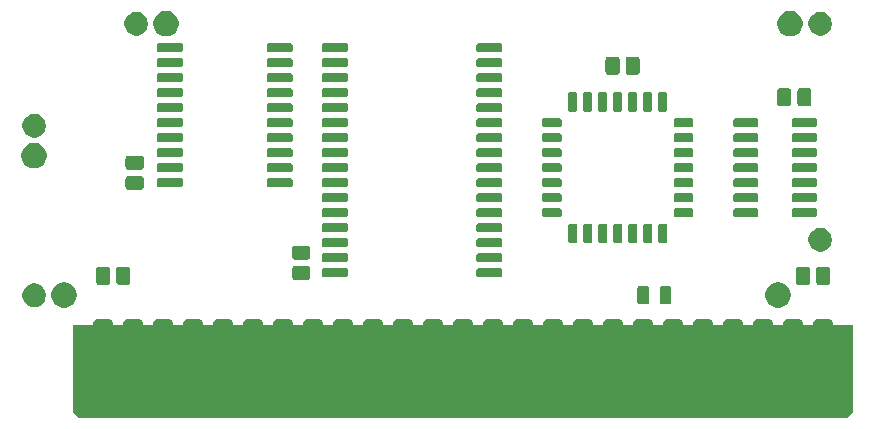
<source format=gts>
G04 #@! TF.GenerationSoftware,KiCad,Pcbnew,(5.1.5-0-10_14)*
G04 #@! TF.CreationDate,2020-04-11T03:56:32-04:00*
G04 #@! TF.ProjectId,Voyager128,566f7961-6765-4723-9132-382e6b696361,rev?*
G04 #@! TF.SameCoordinates,Original*
G04 #@! TF.FileFunction,Soldermask,Top*
G04 #@! TF.FilePolarity,Negative*
%FSLAX46Y46*%
G04 Gerber Fmt 4.6, Leading zero omitted, Abs format (unit mm)*
G04 Created by KiCad (PCBNEW (5.1.5-0-10_14)) date 2020-04-11 03:56:32*
%MOMM*%
%LPD*%
G04 APERTURE LIST*
%ADD10C,0.100000*%
G04 APERTURE END LIST*
D10*
G36*
X139700000Y-139446000D02*
G01*
X139192000Y-139954000D01*
X74168000Y-139954000D01*
X73660000Y-139446000D01*
X73660000Y-132080000D01*
X139700000Y-132080000D01*
X139700000Y-139446000D01*
G37*
G36*
X137686355Y-131543544D02*
G01*
X137758967Y-131565570D01*
X137825881Y-131601336D01*
X137884531Y-131649469D01*
X137932664Y-131708119D01*
X137968430Y-131775033D01*
X137990456Y-131847645D01*
X137998200Y-131926267D01*
X137998200Y-138637733D01*
X137990456Y-138716355D01*
X137968430Y-138788967D01*
X137932664Y-138855881D01*
X137884531Y-138914531D01*
X137825881Y-138962664D01*
X137758967Y-138998430D01*
X137686355Y-139020456D01*
X137607733Y-139028200D01*
X136712267Y-139028200D01*
X136633645Y-139020456D01*
X136561033Y-138998430D01*
X136494119Y-138962664D01*
X136435469Y-138914531D01*
X136387336Y-138855881D01*
X136351570Y-138788967D01*
X136329544Y-138716355D01*
X136321800Y-138637733D01*
X136321800Y-131926267D01*
X136329544Y-131847645D01*
X136351570Y-131775033D01*
X136387336Y-131708119D01*
X136435469Y-131649469D01*
X136494119Y-131601336D01*
X136561033Y-131565570D01*
X136633645Y-131543544D01*
X136712267Y-131535800D01*
X137607733Y-131535800D01*
X137686355Y-131543544D01*
G37*
G36*
X135146355Y-131543544D02*
G01*
X135218967Y-131565570D01*
X135285881Y-131601336D01*
X135344531Y-131649469D01*
X135392664Y-131708119D01*
X135428430Y-131775033D01*
X135450456Y-131847645D01*
X135458200Y-131926267D01*
X135458200Y-138637733D01*
X135450456Y-138716355D01*
X135428430Y-138788967D01*
X135392664Y-138855881D01*
X135344531Y-138914531D01*
X135285881Y-138962664D01*
X135218967Y-138998430D01*
X135146355Y-139020456D01*
X135067733Y-139028200D01*
X134172267Y-139028200D01*
X134093645Y-139020456D01*
X134021033Y-138998430D01*
X133954119Y-138962664D01*
X133895469Y-138914531D01*
X133847336Y-138855881D01*
X133811570Y-138788967D01*
X133789544Y-138716355D01*
X133781800Y-138637733D01*
X133781800Y-131926267D01*
X133789544Y-131847645D01*
X133811570Y-131775033D01*
X133847336Y-131708119D01*
X133895469Y-131649469D01*
X133954119Y-131601336D01*
X134021033Y-131565570D01*
X134093645Y-131543544D01*
X134172267Y-131535800D01*
X135067733Y-131535800D01*
X135146355Y-131543544D01*
G37*
G36*
X132606355Y-131543544D02*
G01*
X132678967Y-131565570D01*
X132745881Y-131601336D01*
X132804531Y-131649469D01*
X132852664Y-131708119D01*
X132888430Y-131775033D01*
X132910456Y-131847645D01*
X132918200Y-131926267D01*
X132918200Y-138637733D01*
X132910456Y-138716355D01*
X132888430Y-138788967D01*
X132852664Y-138855881D01*
X132804531Y-138914531D01*
X132745881Y-138962664D01*
X132678967Y-138998430D01*
X132606355Y-139020456D01*
X132527733Y-139028200D01*
X131632267Y-139028200D01*
X131553645Y-139020456D01*
X131481033Y-138998430D01*
X131414119Y-138962664D01*
X131355469Y-138914531D01*
X131307336Y-138855881D01*
X131271570Y-138788967D01*
X131249544Y-138716355D01*
X131241800Y-138637733D01*
X131241800Y-131926267D01*
X131249544Y-131847645D01*
X131271570Y-131775033D01*
X131307336Y-131708119D01*
X131355469Y-131649469D01*
X131414119Y-131601336D01*
X131481033Y-131565570D01*
X131553645Y-131543544D01*
X131632267Y-131535800D01*
X132527733Y-131535800D01*
X132606355Y-131543544D01*
G37*
G36*
X130066355Y-131543544D02*
G01*
X130138967Y-131565570D01*
X130205881Y-131601336D01*
X130264531Y-131649469D01*
X130312664Y-131708119D01*
X130348430Y-131775033D01*
X130370456Y-131847645D01*
X130378200Y-131926267D01*
X130378200Y-138637733D01*
X130370456Y-138716355D01*
X130348430Y-138788967D01*
X130312664Y-138855881D01*
X130264531Y-138914531D01*
X130205881Y-138962664D01*
X130138967Y-138998430D01*
X130066355Y-139020456D01*
X129987733Y-139028200D01*
X129092267Y-139028200D01*
X129013645Y-139020456D01*
X128941033Y-138998430D01*
X128874119Y-138962664D01*
X128815469Y-138914531D01*
X128767336Y-138855881D01*
X128731570Y-138788967D01*
X128709544Y-138716355D01*
X128701800Y-138637733D01*
X128701800Y-131926267D01*
X128709544Y-131847645D01*
X128731570Y-131775033D01*
X128767336Y-131708119D01*
X128815469Y-131649469D01*
X128874119Y-131601336D01*
X128941033Y-131565570D01*
X129013645Y-131543544D01*
X129092267Y-131535800D01*
X129987733Y-131535800D01*
X130066355Y-131543544D01*
G37*
G36*
X127526355Y-131543544D02*
G01*
X127598967Y-131565570D01*
X127665881Y-131601336D01*
X127724531Y-131649469D01*
X127772664Y-131708119D01*
X127808430Y-131775033D01*
X127830456Y-131847645D01*
X127838200Y-131926267D01*
X127838200Y-138637733D01*
X127830456Y-138716355D01*
X127808430Y-138788967D01*
X127772664Y-138855881D01*
X127724531Y-138914531D01*
X127665881Y-138962664D01*
X127598967Y-138998430D01*
X127526355Y-139020456D01*
X127447733Y-139028200D01*
X126552267Y-139028200D01*
X126473645Y-139020456D01*
X126401033Y-138998430D01*
X126334119Y-138962664D01*
X126275469Y-138914531D01*
X126227336Y-138855881D01*
X126191570Y-138788967D01*
X126169544Y-138716355D01*
X126161800Y-138637733D01*
X126161800Y-131926267D01*
X126169544Y-131847645D01*
X126191570Y-131775033D01*
X126227336Y-131708119D01*
X126275469Y-131649469D01*
X126334119Y-131601336D01*
X126401033Y-131565570D01*
X126473645Y-131543544D01*
X126552267Y-131535800D01*
X127447733Y-131535800D01*
X127526355Y-131543544D01*
G37*
G36*
X124986355Y-131543544D02*
G01*
X125058967Y-131565570D01*
X125125881Y-131601336D01*
X125184531Y-131649469D01*
X125232664Y-131708119D01*
X125268430Y-131775033D01*
X125290456Y-131847645D01*
X125298200Y-131926267D01*
X125298200Y-138637733D01*
X125290456Y-138716355D01*
X125268430Y-138788967D01*
X125232664Y-138855881D01*
X125184531Y-138914531D01*
X125125881Y-138962664D01*
X125058967Y-138998430D01*
X124986355Y-139020456D01*
X124907733Y-139028200D01*
X124012267Y-139028200D01*
X123933645Y-139020456D01*
X123861033Y-138998430D01*
X123794119Y-138962664D01*
X123735469Y-138914531D01*
X123687336Y-138855881D01*
X123651570Y-138788967D01*
X123629544Y-138716355D01*
X123621800Y-138637733D01*
X123621800Y-131926267D01*
X123629544Y-131847645D01*
X123651570Y-131775033D01*
X123687336Y-131708119D01*
X123735469Y-131649469D01*
X123794119Y-131601336D01*
X123861033Y-131565570D01*
X123933645Y-131543544D01*
X124012267Y-131535800D01*
X124907733Y-131535800D01*
X124986355Y-131543544D01*
G37*
G36*
X122446355Y-131543544D02*
G01*
X122518967Y-131565570D01*
X122585881Y-131601336D01*
X122644531Y-131649469D01*
X122692664Y-131708119D01*
X122728430Y-131775033D01*
X122750456Y-131847645D01*
X122758200Y-131926267D01*
X122758200Y-138637733D01*
X122750456Y-138716355D01*
X122728430Y-138788967D01*
X122692664Y-138855881D01*
X122644531Y-138914531D01*
X122585881Y-138962664D01*
X122518967Y-138998430D01*
X122446355Y-139020456D01*
X122367733Y-139028200D01*
X121472267Y-139028200D01*
X121393645Y-139020456D01*
X121321033Y-138998430D01*
X121254119Y-138962664D01*
X121195469Y-138914531D01*
X121147336Y-138855881D01*
X121111570Y-138788967D01*
X121089544Y-138716355D01*
X121081800Y-138637733D01*
X121081800Y-131926267D01*
X121089544Y-131847645D01*
X121111570Y-131775033D01*
X121147336Y-131708119D01*
X121195469Y-131649469D01*
X121254119Y-131601336D01*
X121321033Y-131565570D01*
X121393645Y-131543544D01*
X121472267Y-131535800D01*
X122367733Y-131535800D01*
X122446355Y-131543544D01*
G37*
G36*
X119906355Y-131543544D02*
G01*
X119978967Y-131565570D01*
X120045881Y-131601336D01*
X120104531Y-131649469D01*
X120152664Y-131708119D01*
X120188430Y-131775033D01*
X120210456Y-131847645D01*
X120218200Y-131926267D01*
X120218200Y-138637733D01*
X120210456Y-138716355D01*
X120188430Y-138788967D01*
X120152664Y-138855881D01*
X120104531Y-138914531D01*
X120045881Y-138962664D01*
X119978967Y-138998430D01*
X119906355Y-139020456D01*
X119827733Y-139028200D01*
X118932267Y-139028200D01*
X118853645Y-139020456D01*
X118781033Y-138998430D01*
X118714119Y-138962664D01*
X118655469Y-138914531D01*
X118607336Y-138855881D01*
X118571570Y-138788967D01*
X118549544Y-138716355D01*
X118541800Y-138637733D01*
X118541800Y-131926267D01*
X118549544Y-131847645D01*
X118571570Y-131775033D01*
X118607336Y-131708119D01*
X118655469Y-131649469D01*
X118714119Y-131601336D01*
X118781033Y-131565570D01*
X118853645Y-131543544D01*
X118932267Y-131535800D01*
X119827733Y-131535800D01*
X119906355Y-131543544D01*
G37*
G36*
X117366355Y-131543544D02*
G01*
X117438967Y-131565570D01*
X117505881Y-131601336D01*
X117564531Y-131649469D01*
X117612664Y-131708119D01*
X117648430Y-131775033D01*
X117670456Y-131847645D01*
X117678200Y-131926267D01*
X117678200Y-138637733D01*
X117670456Y-138716355D01*
X117648430Y-138788967D01*
X117612664Y-138855881D01*
X117564531Y-138914531D01*
X117505881Y-138962664D01*
X117438967Y-138998430D01*
X117366355Y-139020456D01*
X117287733Y-139028200D01*
X116392267Y-139028200D01*
X116313645Y-139020456D01*
X116241033Y-138998430D01*
X116174119Y-138962664D01*
X116115469Y-138914531D01*
X116067336Y-138855881D01*
X116031570Y-138788967D01*
X116009544Y-138716355D01*
X116001800Y-138637733D01*
X116001800Y-131926267D01*
X116009544Y-131847645D01*
X116031570Y-131775033D01*
X116067336Y-131708119D01*
X116115469Y-131649469D01*
X116174119Y-131601336D01*
X116241033Y-131565570D01*
X116313645Y-131543544D01*
X116392267Y-131535800D01*
X117287733Y-131535800D01*
X117366355Y-131543544D01*
G37*
G36*
X114826355Y-131543544D02*
G01*
X114898967Y-131565570D01*
X114965881Y-131601336D01*
X115024531Y-131649469D01*
X115072664Y-131708119D01*
X115108430Y-131775033D01*
X115130456Y-131847645D01*
X115138200Y-131926267D01*
X115138200Y-138637733D01*
X115130456Y-138716355D01*
X115108430Y-138788967D01*
X115072664Y-138855881D01*
X115024531Y-138914531D01*
X114965881Y-138962664D01*
X114898967Y-138998430D01*
X114826355Y-139020456D01*
X114747733Y-139028200D01*
X113852267Y-139028200D01*
X113773645Y-139020456D01*
X113701033Y-138998430D01*
X113634119Y-138962664D01*
X113575469Y-138914531D01*
X113527336Y-138855881D01*
X113491570Y-138788967D01*
X113469544Y-138716355D01*
X113461800Y-138637733D01*
X113461800Y-131926267D01*
X113469544Y-131847645D01*
X113491570Y-131775033D01*
X113527336Y-131708119D01*
X113575469Y-131649469D01*
X113634119Y-131601336D01*
X113701033Y-131565570D01*
X113773645Y-131543544D01*
X113852267Y-131535800D01*
X114747733Y-131535800D01*
X114826355Y-131543544D01*
G37*
G36*
X112286355Y-131543544D02*
G01*
X112358967Y-131565570D01*
X112425881Y-131601336D01*
X112484531Y-131649469D01*
X112532664Y-131708119D01*
X112568430Y-131775033D01*
X112590456Y-131847645D01*
X112598200Y-131926267D01*
X112598200Y-138637733D01*
X112590456Y-138716355D01*
X112568430Y-138788967D01*
X112532664Y-138855881D01*
X112484531Y-138914531D01*
X112425881Y-138962664D01*
X112358967Y-138998430D01*
X112286355Y-139020456D01*
X112207733Y-139028200D01*
X111312267Y-139028200D01*
X111233645Y-139020456D01*
X111161033Y-138998430D01*
X111094119Y-138962664D01*
X111035469Y-138914531D01*
X110987336Y-138855881D01*
X110951570Y-138788967D01*
X110929544Y-138716355D01*
X110921800Y-138637733D01*
X110921800Y-131926267D01*
X110929544Y-131847645D01*
X110951570Y-131775033D01*
X110987336Y-131708119D01*
X111035469Y-131649469D01*
X111094119Y-131601336D01*
X111161033Y-131565570D01*
X111233645Y-131543544D01*
X111312267Y-131535800D01*
X112207733Y-131535800D01*
X112286355Y-131543544D01*
G37*
G36*
X109746355Y-131543544D02*
G01*
X109818967Y-131565570D01*
X109885881Y-131601336D01*
X109944531Y-131649469D01*
X109992664Y-131708119D01*
X110028430Y-131775033D01*
X110050456Y-131847645D01*
X110058200Y-131926267D01*
X110058200Y-138637733D01*
X110050456Y-138716355D01*
X110028430Y-138788967D01*
X109992664Y-138855881D01*
X109944531Y-138914531D01*
X109885881Y-138962664D01*
X109818967Y-138998430D01*
X109746355Y-139020456D01*
X109667733Y-139028200D01*
X108772267Y-139028200D01*
X108693645Y-139020456D01*
X108621033Y-138998430D01*
X108554119Y-138962664D01*
X108495469Y-138914531D01*
X108447336Y-138855881D01*
X108411570Y-138788967D01*
X108389544Y-138716355D01*
X108381800Y-138637733D01*
X108381800Y-131926267D01*
X108389544Y-131847645D01*
X108411570Y-131775033D01*
X108447336Y-131708119D01*
X108495469Y-131649469D01*
X108554119Y-131601336D01*
X108621033Y-131565570D01*
X108693645Y-131543544D01*
X108772267Y-131535800D01*
X109667733Y-131535800D01*
X109746355Y-131543544D01*
G37*
G36*
X107206355Y-131543544D02*
G01*
X107278967Y-131565570D01*
X107345881Y-131601336D01*
X107404531Y-131649469D01*
X107452664Y-131708119D01*
X107488430Y-131775033D01*
X107510456Y-131847645D01*
X107518200Y-131926267D01*
X107518200Y-138637733D01*
X107510456Y-138716355D01*
X107488430Y-138788967D01*
X107452664Y-138855881D01*
X107404531Y-138914531D01*
X107345881Y-138962664D01*
X107278967Y-138998430D01*
X107206355Y-139020456D01*
X107127733Y-139028200D01*
X106232267Y-139028200D01*
X106153645Y-139020456D01*
X106081033Y-138998430D01*
X106014119Y-138962664D01*
X105955469Y-138914531D01*
X105907336Y-138855881D01*
X105871570Y-138788967D01*
X105849544Y-138716355D01*
X105841800Y-138637733D01*
X105841800Y-131926267D01*
X105849544Y-131847645D01*
X105871570Y-131775033D01*
X105907336Y-131708119D01*
X105955469Y-131649469D01*
X106014119Y-131601336D01*
X106081033Y-131565570D01*
X106153645Y-131543544D01*
X106232267Y-131535800D01*
X107127733Y-131535800D01*
X107206355Y-131543544D01*
G37*
G36*
X104666355Y-131543544D02*
G01*
X104738967Y-131565570D01*
X104805881Y-131601336D01*
X104864531Y-131649469D01*
X104912664Y-131708119D01*
X104948430Y-131775033D01*
X104970456Y-131847645D01*
X104978200Y-131926267D01*
X104978200Y-138637733D01*
X104970456Y-138716355D01*
X104948430Y-138788967D01*
X104912664Y-138855881D01*
X104864531Y-138914531D01*
X104805881Y-138962664D01*
X104738967Y-138998430D01*
X104666355Y-139020456D01*
X104587733Y-139028200D01*
X103692267Y-139028200D01*
X103613645Y-139020456D01*
X103541033Y-138998430D01*
X103474119Y-138962664D01*
X103415469Y-138914531D01*
X103367336Y-138855881D01*
X103331570Y-138788967D01*
X103309544Y-138716355D01*
X103301800Y-138637733D01*
X103301800Y-131926267D01*
X103309544Y-131847645D01*
X103331570Y-131775033D01*
X103367336Y-131708119D01*
X103415469Y-131649469D01*
X103474119Y-131601336D01*
X103541033Y-131565570D01*
X103613645Y-131543544D01*
X103692267Y-131535800D01*
X104587733Y-131535800D01*
X104666355Y-131543544D01*
G37*
G36*
X102126355Y-131543544D02*
G01*
X102198967Y-131565570D01*
X102265881Y-131601336D01*
X102324531Y-131649469D01*
X102372664Y-131708119D01*
X102408430Y-131775033D01*
X102430456Y-131847645D01*
X102438200Y-131926267D01*
X102438200Y-138637733D01*
X102430456Y-138716355D01*
X102408430Y-138788967D01*
X102372664Y-138855881D01*
X102324531Y-138914531D01*
X102265881Y-138962664D01*
X102198967Y-138998430D01*
X102126355Y-139020456D01*
X102047733Y-139028200D01*
X101152267Y-139028200D01*
X101073645Y-139020456D01*
X101001033Y-138998430D01*
X100934119Y-138962664D01*
X100875469Y-138914531D01*
X100827336Y-138855881D01*
X100791570Y-138788967D01*
X100769544Y-138716355D01*
X100761800Y-138637733D01*
X100761800Y-131926267D01*
X100769544Y-131847645D01*
X100791570Y-131775033D01*
X100827336Y-131708119D01*
X100875469Y-131649469D01*
X100934119Y-131601336D01*
X101001033Y-131565570D01*
X101073645Y-131543544D01*
X101152267Y-131535800D01*
X102047733Y-131535800D01*
X102126355Y-131543544D01*
G37*
G36*
X99586355Y-131543544D02*
G01*
X99658967Y-131565570D01*
X99725881Y-131601336D01*
X99784531Y-131649469D01*
X99832664Y-131708119D01*
X99868430Y-131775033D01*
X99890456Y-131847645D01*
X99898200Y-131926267D01*
X99898200Y-138637733D01*
X99890456Y-138716355D01*
X99868430Y-138788967D01*
X99832664Y-138855881D01*
X99784531Y-138914531D01*
X99725881Y-138962664D01*
X99658967Y-138998430D01*
X99586355Y-139020456D01*
X99507733Y-139028200D01*
X98612267Y-139028200D01*
X98533645Y-139020456D01*
X98461033Y-138998430D01*
X98394119Y-138962664D01*
X98335469Y-138914531D01*
X98287336Y-138855881D01*
X98251570Y-138788967D01*
X98229544Y-138716355D01*
X98221800Y-138637733D01*
X98221800Y-131926267D01*
X98229544Y-131847645D01*
X98251570Y-131775033D01*
X98287336Y-131708119D01*
X98335469Y-131649469D01*
X98394119Y-131601336D01*
X98461033Y-131565570D01*
X98533645Y-131543544D01*
X98612267Y-131535800D01*
X99507733Y-131535800D01*
X99586355Y-131543544D01*
G37*
G36*
X97046355Y-131543544D02*
G01*
X97118967Y-131565570D01*
X97185881Y-131601336D01*
X97244531Y-131649469D01*
X97292664Y-131708119D01*
X97328430Y-131775033D01*
X97350456Y-131847645D01*
X97358200Y-131926267D01*
X97358200Y-138637733D01*
X97350456Y-138716355D01*
X97328430Y-138788967D01*
X97292664Y-138855881D01*
X97244531Y-138914531D01*
X97185881Y-138962664D01*
X97118967Y-138998430D01*
X97046355Y-139020456D01*
X96967733Y-139028200D01*
X96072267Y-139028200D01*
X95993645Y-139020456D01*
X95921033Y-138998430D01*
X95854119Y-138962664D01*
X95795469Y-138914531D01*
X95747336Y-138855881D01*
X95711570Y-138788967D01*
X95689544Y-138716355D01*
X95681800Y-138637733D01*
X95681800Y-131926267D01*
X95689544Y-131847645D01*
X95711570Y-131775033D01*
X95747336Y-131708119D01*
X95795469Y-131649469D01*
X95854119Y-131601336D01*
X95921033Y-131565570D01*
X95993645Y-131543544D01*
X96072267Y-131535800D01*
X96967733Y-131535800D01*
X97046355Y-131543544D01*
G37*
G36*
X94506355Y-131543544D02*
G01*
X94578967Y-131565570D01*
X94645881Y-131601336D01*
X94704531Y-131649469D01*
X94752664Y-131708119D01*
X94788430Y-131775033D01*
X94810456Y-131847645D01*
X94818200Y-131926267D01*
X94818200Y-138637733D01*
X94810456Y-138716355D01*
X94788430Y-138788967D01*
X94752664Y-138855881D01*
X94704531Y-138914531D01*
X94645881Y-138962664D01*
X94578967Y-138998430D01*
X94506355Y-139020456D01*
X94427733Y-139028200D01*
X93532267Y-139028200D01*
X93453645Y-139020456D01*
X93381033Y-138998430D01*
X93314119Y-138962664D01*
X93255469Y-138914531D01*
X93207336Y-138855881D01*
X93171570Y-138788967D01*
X93149544Y-138716355D01*
X93141800Y-138637733D01*
X93141800Y-131926267D01*
X93149544Y-131847645D01*
X93171570Y-131775033D01*
X93207336Y-131708119D01*
X93255469Y-131649469D01*
X93314119Y-131601336D01*
X93381033Y-131565570D01*
X93453645Y-131543544D01*
X93532267Y-131535800D01*
X94427733Y-131535800D01*
X94506355Y-131543544D01*
G37*
G36*
X91966355Y-131543544D02*
G01*
X92038967Y-131565570D01*
X92105881Y-131601336D01*
X92164531Y-131649469D01*
X92212664Y-131708119D01*
X92248430Y-131775033D01*
X92270456Y-131847645D01*
X92278200Y-131926267D01*
X92278200Y-138637733D01*
X92270456Y-138716355D01*
X92248430Y-138788967D01*
X92212664Y-138855881D01*
X92164531Y-138914531D01*
X92105881Y-138962664D01*
X92038967Y-138998430D01*
X91966355Y-139020456D01*
X91887733Y-139028200D01*
X90992267Y-139028200D01*
X90913645Y-139020456D01*
X90841033Y-138998430D01*
X90774119Y-138962664D01*
X90715469Y-138914531D01*
X90667336Y-138855881D01*
X90631570Y-138788967D01*
X90609544Y-138716355D01*
X90601800Y-138637733D01*
X90601800Y-131926267D01*
X90609544Y-131847645D01*
X90631570Y-131775033D01*
X90667336Y-131708119D01*
X90715469Y-131649469D01*
X90774119Y-131601336D01*
X90841033Y-131565570D01*
X90913645Y-131543544D01*
X90992267Y-131535800D01*
X91887733Y-131535800D01*
X91966355Y-131543544D01*
G37*
G36*
X89426355Y-131543544D02*
G01*
X89498967Y-131565570D01*
X89565881Y-131601336D01*
X89624531Y-131649469D01*
X89672664Y-131708119D01*
X89708430Y-131775033D01*
X89730456Y-131847645D01*
X89738200Y-131926267D01*
X89738200Y-138637733D01*
X89730456Y-138716355D01*
X89708430Y-138788967D01*
X89672664Y-138855881D01*
X89624531Y-138914531D01*
X89565881Y-138962664D01*
X89498967Y-138998430D01*
X89426355Y-139020456D01*
X89347733Y-139028200D01*
X88452267Y-139028200D01*
X88373645Y-139020456D01*
X88301033Y-138998430D01*
X88234119Y-138962664D01*
X88175469Y-138914531D01*
X88127336Y-138855881D01*
X88091570Y-138788967D01*
X88069544Y-138716355D01*
X88061800Y-138637733D01*
X88061800Y-131926267D01*
X88069544Y-131847645D01*
X88091570Y-131775033D01*
X88127336Y-131708119D01*
X88175469Y-131649469D01*
X88234119Y-131601336D01*
X88301033Y-131565570D01*
X88373645Y-131543544D01*
X88452267Y-131535800D01*
X89347733Y-131535800D01*
X89426355Y-131543544D01*
G37*
G36*
X86886355Y-131543544D02*
G01*
X86958967Y-131565570D01*
X87025881Y-131601336D01*
X87084531Y-131649469D01*
X87132664Y-131708119D01*
X87168430Y-131775033D01*
X87190456Y-131847645D01*
X87198200Y-131926267D01*
X87198200Y-138637733D01*
X87190456Y-138716355D01*
X87168430Y-138788967D01*
X87132664Y-138855881D01*
X87084531Y-138914531D01*
X87025881Y-138962664D01*
X86958967Y-138998430D01*
X86886355Y-139020456D01*
X86807733Y-139028200D01*
X85912267Y-139028200D01*
X85833645Y-139020456D01*
X85761033Y-138998430D01*
X85694119Y-138962664D01*
X85635469Y-138914531D01*
X85587336Y-138855881D01*
X85551570Y-138788967D01*
X85529544Y-138716355D01*
X85521800Y-138637733D01*
X85521800Y-131926267D01*
X85529544Y-131847645D01*
X85551570Y-131775033D01*
X85587336Y-131708119D01*
X85635469Y-131649469D01*
X85694119Y-131601336D01*
X85761033Y-131565570D01*
X85833645Y-131543544D01*
X85912267Y-131535800D01*
X86807733Y-131535800D01*
X86886355Y-131543544D01*
G37*
G36*
X84346355Y-131543544D02*
G01*
X84418967Y-131565570D01*
X84485881Y-131601336D01*
X84544531Y-131649469D01*
X84592664Y-131708119D01*
X84628430Y-131775033D01*
X84650456Y-131847645D01*
X84658200Y-131926267D01*
X84658200Y-138637733D01*
X84650456Y-138716355D01*
X84628430Y-138788967D01*
X84592664Y-138855881D01*
X84544531Y-138914531D01*
X84485881Y-138962664D01*
X84418967Y-138998430D01*
X84346355Y-139020456D01*
X84267733Y-139028200D01*
X83372267Y-139028200D01*
X83293645Y-139020456D01*
X83221033Y-138998430D01*
X83154119Y-138962664D01*
X83095469Y-138914531D01*
X83047336Y-138855881D01*
X83011570Y-138788967D01*
X82989544Y-138716355D01*
X82981800Y-138637733D01*
X82981800Y-131926267D01*
X82989544Y-131847645D01*
X83011570Y-131775033D01*
X83047336Y-131708119D01*
X83095469Y-131649469D01*
X83154119Y-131601336D01*
X83221033Y-131565570D01*
X83293645Y-131543544D01*
X83372267Y-131535800D01*
X84267733Y-131535800D01*
X84346355Y-131543544D01*
G37*
G36*
X81806355Y-131543544D02*
G01*
X81878967Y-131565570D01*
X81945881Y-131601336D01*
X82004531Y-131649469D01*
X82052664Y-131708119D01*
X82088430Y-131775033D01*
X82110456Y-131847645D01*
X82118200Y-131926267D01*
X82118200Y-138637733D01*
X82110456Y-138716355D01*
X82088430Y-138788967D01*
X82052664Y-138855881D01*
X82004531Y-138914531D01*
X81945881Y-138962664D01*
X81878967Y-138998430D01*
X81806355Y-139020456D01*
X81727733Y-139028200D01*
X80832267Y-139028200D01*
X80753645Y-139020456D01*
X80681033Y-138998430D01*
X80614119Y-138962664D01*
X80555469Y-138914531D01*
X80507336Y-138855881D01*
X80471570Y-138788967D01*
X80449544Y-138716355D01*
X80441800Y-138637733D01*
X80441800Y-131926267D01*
X80449544Y-131847645D01*
X80471570Y-131775033D01*
X80507336Y-131708119D01*
X80555469Y-131649469D01*
X80614119Y-131601336D01*
X80681033Y-131565570D01*
X80753645Y-131543544D01*
X80832267Y-131535800D01*
X81727733Y-131535800D01*
X81806355Y-131543544D01*
G37*
G36*
X79266355Y-131543544D02*
G01*
X79338967Y-131565570D01*
X79405881Y-131601336D01*
X79464531Y-131649469D01*
X79512664Y-131708119D01*
X79548430Y-131775033D01*
X79570456Y-131847645D01*
X79578200Y-131926267D01*
X79578200Y-138637733D01*
X79570456Y-138716355D01*
X79548430Y-138788967D01*
X79512664Y-138855881D01*
X79464531Y-138914531D01*
X79405881Y-138962664D01*
X79338967Y-138998430D01*
X79266355Y-139020456D01*
X79187733Y-139028200D01*
X78292267Y-139028200D01*
X78213645Y-139020456D01*
X78141033Y-138998430D01*
X78074119Y-138962664D01*
X78015469Y-138914531D01*
X77967336Y-138855881D01*
X77931570Y-138788967D01*
X77909544Y-138716355D01*
X77901800Y-138637733D01*
X77901800Y-131926267D01*
X77909544Y-131847645D01*
X77931570Y-131775033D01*
X77967336Y-131708119D01*
X78015469Y-131649469D01*
X78074119Y-131601336D01*
X78141033Y-131565570D01*
X78213645Y-131543544D01*
X78292267Y-131535800D01*
X79187733Y-131535800D01*
X79266355Y-131543544D01*
G37*
G36*
X76726355Y-131543544D02*
G01*
X76798967Y-131565570D01*
X76865881Y-131601336D01*
X76924531Y-131649469D01*
X76972664Y-131708119D01*
X77008430Y-131775033D01*
X77030456Y-131847645D01*
X77038200Y-131926267D01*
X77038200Y-138637733D01*
X77030456Y-138716355D01*
X77008430Y-138788967D01*
X76972664Y-138855881D01*
X76924531Y-138914531D01*
X76865881Y-138962664D01*
X76798967Y-138998430D01*
X76726355Y-139020456D01*
X76647733Y-139028200D01*
X75752267Y-139028200D01*
X75673645Y-139020456D01*
X75601033Y-138998430D01*
X75534119Y-138962664D01*
X75475469Y-138914531D01*
X75427336Y-138855881D01*
X75391570Y-138788967D01*
X75369544Y-138716355D01*
X75361800Y-138637733D01*
X75361800Y-131926267D01*
X75369544Y-131847645D01*
X75391570Y-131775033D01*
X75427336Y-131708119D01*
X75475469Y-131649469D01*
X75534119Y-131601336D01*
X75601033Y-131565570D01*
X75673645Y-131543544D01*
X75752267Y-131535800D01*
X76647733Y-131535800D01*
X76726355Y-131543544D01*
G37*
G36*
X133663914Y-128505157D02*
G01*
X133859777Y-128586286D01*
X134036033Y-128704057D01*
X134185943Y-128853967D01*
X134303714Y-129030223D01*
X134384843Y-129226086D01*
X134426200Y-129434004D01*
X134426200Y-129645996D01*
X134384843Y-129853914D01*
X134303714Y-130049777D01*
X134185943Y-130226033D01*
X134036033Y-130375943D01*
X133859777Y-130493714D01*
X133663914Y-130574843D01*
X133455996Y-130616200D01*
X133244004Y-130616200D01*
X133036086Y-130574843D01*
X132840223Y-130493714D01*
X132663967Y-130375943D01*
X132514057Y-130226033D01*
X132396286Y-130049777D01*
X132315157Y-129853914D01*
X132273800Y-129645996D01*
X132273800Y-129434004D01*
X132315157Y-129226086D01*
X132396286Y-129030223D01*
X132514057Y-128853967D01*
X132663967Y-128704057D01*
X132840223Y-128586286D01*
X133036086Y-128505157D01*
X133244004Y-128463800D01*
X133455996Y-128463800D01*
X133663914Y-128505157D01*
G37*
G36*
X73211914Y-128505157D02*
G01*
X73407777Y-128586286D01*
X73584033Y-128704057D01*
X73733943Y-128853967D01*
X73851714Y-129030223D01*
X73932843Y-129226086D01*
X73974200Y-129434004D01*
X73974200Y-129645996D01*
X73932843Y-129853914D01*
X73851714Y-130049777D01*
X73733943Y-130226033D01*
X73584033Y-130375943D01*
X73407777Y-130493714D01*
X73211914Y-130574843D01*
X73003996Y-130616200D01*
X72792004Y-130616200D01*
X72584086Y-130574843D01*
X72388223Y-130493714D01*
X72211967Y-130375943D01*
X72062057Y-130226033D01*
X71944286Y-130049777D01*
X71863157Y-129853914D01*
X71821800Y-129645996D01*
X71821800Y-129434004D01*
X71863157Y-129226086D01*
X71944286Y-129030223D01*
X72062057Y-128853967D01*
X72211967Y-128704057D01*
X72388223Y-128586286D01*
X72584086Y-128505157D01*
X72792004Y-128463800D01*
X73003996Y-128463800D01*
X73211914Y-128505157D01*
G37*
G36*
X70649692Y-128578429D02*
G01*
X70831679Y-128653811D01*
X70995458Y-128763245D01*
X70995460Y-128763247D01*
X70995463Y-128763249D01*
X71134751Y-128902537D01*
X71134753Y-128902540D01*
X71134755Y-128902542D01*
X71244189Y-129066321D01*
X71319571Y-129248308D01*
X71358000Y-129441509D01*
X71358000Y-129638491D01*
X71319571Y-129831692D01*
X71244189Y-130013679D01*
X71134755Y-130177458D01*
X71134753Y-130177460D01*
X71134751Y-130177463D01*
X70995463Y-130316751D01*
X70995460Y-130316753D01*
X70995458Y-130316755D01*
X70831679Y-130426189D01*
X70649692Y-130501571D01*
X70456491Y-130540000D01*
X70259509Y-130540000D01*
X70066308Y-130501571D01*
X69884321Y-130426189D01*
X69720542Y-130316755D01*
X69720540Y-130316753D01*
X69720537Y-130316751D01*
X69581249Y-130177463D01*
X69581247Y-130177460D01*
X69581245Y-130177458D01*
X69471811Y-130013679D01*
X69396429Y-129831692D01*
X69358000Y-129638491D01*
X69358000Y-129441509D01*
X69396429Y-129248308D01*
X69471811Y-129066321D01*
X69581245Y-128902542D01*
X69581247Y-128902540D01*
X69581249Y-128902537D01*
X69720537Y-128763249D01*
X69720540Y-128763247D01*
X69720542Y-128763245D01*
X69884321Y-128653811D01*
X70066308Y-128578429D01*
X70259509Y-128540000D01*
X70456491Y-128540000D01*
X70649692Y-128578429D01*
G37*
G36*
X122244986Y-128768306D02*
G01*
X122285980Y-128780742D01*
X122323767Y-128800939D01*
X122356883Y-128828117D01*
X122384061Y-128861233D01*
X122404258Y-128899020D01*
X122416694Y-128940014D01*
X122421200Y-128985767D01*
X122421200Y-130094233D01*
X122416694Y-130139986D01*
X122404258Y-130180980D01*
X122384061Y-130218767D01*
X122356883Y-130251883D01*
X122323767Y-130279061D01*
X122285980Y-130299258D01*
X122244986Y-130311694D01*
X122199233Y-130316200D01*
X121640767Y-130316200D01*
X121595014Y-130311694D01*
X121554020Y-130299258D01*
X121516233Y-130279061D01*
X121483117Y-130251883D01*
X121455939Y-130218767D01*
X121435742Y-130180980D01*
X121423306Y-130139986D01*
X121418800Y-130094233D01*
X121418800Y-128985767D01*
X121423306Y-128940014D01*
X121435742Y-128899020D01*
X121455939Y-128861233D01*
X121483117Y-128828117D01*
X121516233Y-128800939D01*
X121554020Y-128780742D01*
X121595014Y-128768306D01*
X121640767Y-128763800D01*
X122199233Y-128763800D01*
X122244986Y-128768306D01*
G37*
G36*
X124144986Y-128768306D02*
G01*
X124185980Y-128780742D01*
X124223767Y-128800939D01*
X124256883Y-128828117D01*
X124284061Y-128861233D01*
X124304258Y-128899020D01*
X124316694Y-128940014D01*
X124321200Y-128985767D01*
X124321200Y-130094233D01*
X124316694Y-130139986D01*
X124304258Y-130180980D01*
X124284061Y-130218767D01*
X124256883Y-130251883D01*
X124223767Y-130279061D01*
X124185980Y-130299258D01*
X124144986Y-130311694D01*
X124099233Y-130316200D01*
X123540767Y-130316200D01*
X123495014Y-130311694D01*
X123454020Y-130299258D01*
X123416233Y-130279061D01*
X123383117Y-130251883D01*
X123355939Y-130218767D01*
X123335742Y-130180980D01*
X123323306Y-130139986D01*
X123318800Y-130094233D01*
X123318800Y-128985767D01*
X123323306Y-128940014D01*
X123335742Y-128899020D01*
X123355939Y-128861233D01*
X123383117Y-128828117D01*
X123416233Y-128800939D01*
X123454020Y-128780742D01*
X123495014Y-128768306D01*
X123540767Y-128763800D01*
X124099233Y-128763800D01*
X124144986Y-128768306D01*
G37*
G36*
X78284737Y-127118267D02*
G01*
X78335119Y-127133550D01*
X78381546Y-127158366D01*
X78422239Y-127191761D01*
X78455634Y-127232454D01*
X78480450Y-127278881D01*
X78495733Y-127329263D01*
X78501200Y-127384767D01*
X78501200Y-128393233D01*
X78495733Y-128448737D01*
X78480450Y-128499119D01*
X78455634Y-128545546D01*
X78422239Y-128586239D01*
X78381546Y-128619634D01*
X78335119Y-128644450D01*
X78284737Y-128659733D01*
X78229233Y-128665200D01*
X77570767Y-128665200D01*
X77515263Y-128659733D01*
X77464881Y-128644450D01*
X77418454Y-128619634D01*
X77377761Y-128586239D01*
X77344366Y-128545546D01*
X77319550Y-128499119D01*
X77304267Y-128448737D01*
X77298800Y-128393233D01*
X77298800Y-127384767D01*
X77304267Y-127329263D01*
X77319550Y-127278881D01*
X77344366Y-127232454D01*
X77377761Y-127191761D01*
X77418454Y-127158366D01*
X77464881Y-127133550D01*
X77515263Y-127118267D01*
X77570767Y-127112800D01*
X78229233Y-127112800D01*
X78284737Y-127118267D01*
G37*
G36*
X135844737Y-127118267D02*
G01*
X135895119Y-127133550D01*
X135941546Y-127158366D01*
X135982239Y-127191761D01*
X136015634Y-127232454D01*
X136040450Y-127278881D01*
X136055733Y-127329263D01*
X136061200Y-127384767D01*
X136061200Y-128393233D01*
X136055733Y-128448737D01*
X136040450Y-128499119D01*
X136015634Y-128545546D01*
X135982239Y-128586239D01*
X135941546Y-128619634D01*
X135895119Y-128644450D01*
X135844737Y-128659733D01*
X135789233Y-128665200D01*
X135130767Y-128665200D01*
X135075263Y-128659733D01*
X135024881Y-128644450D01*
X134978454Y-128619634D01*
X134937761Y-128586239D01*
X134904366Y-128545546D01*
X134879550Y-128499119D01*
X134864267Y-128448737D01*
X134858800Y-128393233D01*
X134858800Y-127384767D01*
X134864267Y-127329263D01*
X134879550Y-127278881D01*
X134904366Y-127232454D01*
X134937761Y-127191761D01*
X134978454Y-127158366D01*
X135024881Y-127133550D01*
X135075263Y-127118267D01*
X135130767Y-127112800D01*
X135789233Y-127112800D01*
X135844737Y-127118267D01*
G37*
G36*
X137544737Y-127118267D02*
G01*
X137595119Y-127133550D01*
X137641546Y-127158366D01*
X137682239Y-127191761D01*
X137715634Y-127232454D01*
X137740450Y-127278881D01*
X137755733Y-127329263D01*
X137761200Y-127384767D01*
X137761200Y-128393233D01*
X137755733Y-128448737D01*
X137740450Y-128499119D01*
X137715634Y-128545546D01*
X137682239Y-128586239D01*
X137641546Y-128619634D01*
X137595119Y-128644450D01*
X137544737Y-128659733D01*
X137489233Y-128665200D01*
X136830767Y-128665200D01*
X136775263Y-128659733D01*
X136724881Y-128644450D01*
X136678454Y-128619634D01*
X136637761Y-128586239D01*
X136604366Y-128545546D01*
X136579550Y-128499119D01*
X136564267Y-128448737D01*
X136558800Y-128393233D01*
X136558800Y-127384767D01*
X136564267Y-127329263D01*
X136579550Y-127278881D01*
X136604366Y-127232454D01*
X136637761Y-127191761D01*
X136678454Y-127158366D01*
X136724881Y-127133550D01*
X136775263Y-127118267D01*
X136830767Y-127112800D01*
X137489233Y-127112800D01*
X137544737Y-127118267D01*
G37*
G36*
X76584737Y-127118267D02*
G01*
X76635119Y-127133550D01*
X76681546Y-127158366D01*
X76722239Y-127191761D01*
X76755634Y-127232454D01*
X76780450Y-127278881D01*
X76795733Y-127329263D01*
X76801200Y-127384767D01*
X76801200Y-128393233D01*
X76795733Y-128448737D01*
X76780450Y-128499119D01*
X76755634Y-128545546D01*
X76722239Y-128586239D01*
X76681546Y-128619634D01*
X76635119Y-128644450D01*
X76584737Y-128659733D01*
X76529233Y-128665200D01*
X75870767Y-128665200D01*
X75815263Y-128659733D01*
X75764881Y-128644450D01*
X75718454Y-128619634D01*
X75677761Y-128586239D01*
X75644366Y-128545546D01*
X75619550Y-128499119D01*
X75604267Y-128448737D01*
X75598800Y-128393233D01*
X75598800Y-127384767D01*
X75604267Y-127329263D01*
X75619550Y-127278881D01*
X75644366Y-127232454D01*
X75677761Y-127191761D01*
X75718454Y-127158366D01*
X75764881Y-127133550D01*
X75815263Y-127118267D01*
X75870767Y-127112800D01*
X76529233Y-127112800D01*
X76584737Y-127118267D01*
G37*
G36*
X93523737Y-127039267D02*
G01*
X93574119Y-127054550D01*
X93620546Y-127079366D01*
X93661239Y-127112761D01*
X93694634Y-127153454D01*
X93719450Y-127199881D01*
X93734733Y-127250263D01*
X93740200Y-127305767D01*
X93740200Y-127964233D01*
X93734733Y-128019737D01*
X93719450Y-128070119D01*
X93694634Y-128116546D01*
X93661239Y-128157239D01*
X93620546Y-128190634D01*
X93574119Y-128215450D01*
X93523737Y-128230733D01*
X93468233Y-128236200D01*
X92459767Y-128236200D01*
X92404263Y-128230733D01*
X92353881Y-128215450D01*
X92307454Y-128190634D01*
X92266761Y-128157239D01*
X92233366Y-128116546D01*
X92208550Y-128070119D01*
X92193267Y-128019737D01*
X92187800Y-127964233D01*
X92187800Y-127305767D01*
X92193267Y-127250263D01*
X92208550Y-127199881D01*
X92233366Y-127153454D01*
X92266761Y-127112761D01*
X92307454Y-127079366D01*
X92353881Y-127054550D01*
X92404263Y-127039267D01*
X92459767Y-127033800D01*
X93468233Y-127033800D01*
X93523737Y-127039267D01*
G37*
G36*
X96787290Y-127262105D02*
G01*
X96816568Y-127270986D01*
X96843545Y-127285406D01*
X96867190Y-127304810D01*
X96886594Y-127328455D01*
X96901014Y-127355432D01*
X96909895Y-127384710D01*
X96913200Y-127418267D01*
X96913200Y-127851733D01*
X96909895Y-127885290D01*
X96901014Y-127914568D01*
X96886594Y-127941545D01*
X96867190Y-127965190D01*
X96843545Y-127984594D01*
X96816568Y-127999014D01*
X96787290Y-128007895D01*
X96753733Y-128011200D01*
X94870267Y-128011200D01*
X94836710Y-128007895D01*
X94807432Y-127999014D01*
X94780455Y-127984594D01*
X94756810Y-127965190D01*
X94737406Y-127941545D01*
X94722986Y-127914568D01*
X94714105Y-127885290D01*
X94710800Y-127851733D01*
X94710800Y-127418267D01*
X94714105Y-127384710D01*
X94722986Y-127355432D01*
X94737406Y-127328455D01*
X94756810Y-127304810D01*
X94780455Y-127285406D01*
X94807432Y-127270986D01*
X94836710Y-127262105D01*
X94870267Y-127258800D01*
X96753733Y-127258800D01*
X96787290Y-127262105D01*
G37*
G36*
X109887290Y-127262105D02*
G01*
X109916568Y-127270986D01*
X109943545Y-127285406D01*
X109967190Y-127304810D01*
X109986594Y-127328455D01*
X110001014Y-127355432D01*
X110009895Y-127384710D01*
X110013200Y-127418267D01*
X110013200Y-127851733D01*
X110009895Y-127885290D01*
X110001014Y-127914568D01*
X109986594Y-127941545D01*
X109967190Y-127965190D01*
X109943545Y-127984594D01*
X109916568Y-127999014D01*
X109887290Y-128007895D01*
X109853733Y-128011200D01*
X107970267Y-128011200D01*
X107936710Y-128007895D01*
X107907432Y-127999014D01*
X107880455Y-127984594D01*
X107856810Y-127965190D01*
X107837406Y-127941545D01*
X107822986Y-127914568D01*
X107814105Y-127885290D01*
X107810800Y-127851733D01*
X107810800Y-127418267D01*
X107814105Y-127384710D01*
X107822986Y-127355432D01*
X107837406Y-127328455D01*
X107856810Y-127304810D01*
X107880455Y-127285406D01*
X107907432Y-127270986D01*
X107936710Y-127262105D01*
X107970267Y-127258800D01*
X109853733Y-127258800D01*
X109887290Y-127262105D01*
G37*
G36*
X96787290Y-125992105D02*
G01*
X96816568Y-126000986D01*
X96843545Y-126015406D01*
X96867190Y-126034810D01*
X96886594Y-126058455D01*
X96901014Y-126085432D01*
X96909895Y-126114710D01*
X96913200Y-126148267D01*
X96913200Y-126581733D01*
X96909895Y-126615290D01*
X96901014Y-126644568D01*
X96886594Y-126671545D01*
X96867190Y-126695190D01*
X96843545Y-126714594D01*
X96816568Y-126729014D01*
X96787290Y-126737895D01*
X96753733Y-126741200D01*
X94870267Y-126741200D01*
X94836710Y-126737895D01*
X94807432Y-126729014D01*
X94780455Y-126714594D01*
X94756810Y-126695190D01*
X94737406Y-126671545D01*
X94722986Y-126644568D01*
X94714105Y-126615290D01*
X94710800Y-126581733D01*
X94710800Y-126148267D01*
X94714105Y-126114710D01*
X94722986Y-126085432D01*
X94737406Y-126058455D01*
X94756810Y-126034810D01*
X94780455Y-126015406D01*
X94807432Y-126000986D01*
X94836710Y-125992105D01*
X94870267Y-125988800D01*
X96753733Y-125988800D01*
X96787290Y-125992105D01*
G37*
G36*
X109887290Y-125992105D02*
G01*
X109916568Y-126000986D01*
X109943545Y-126015406D01*
X109967190Y-126034810D01*
X109986594Y-126058455D01*
X110001014Y-126085432D01*
X110009895Y-126114710D01*
X110013200Y-126148267D01*
X110013200Y-126581733D01*
X110009895Y-126615290D01*
X110001014Y-126644568D01*
X109986594Y-126671545D01*
X109967190Y-126695190D01*
X109943545Y-126714594D01*
X109916568Y-126729014D01*
X109887290Y-126737895D01*
X109853733Y-126741200D01*
X107970267Y-126741200D01*
X107936710Y-126737895D01*
X107907432Y-126729014D01*
X107880455Y-126714594D01*
X107856810Y-126695190D01*
X107837406Y-126671545D01*
X107822986Y-126644568D01*
X107814105Y-126615290D01*
X107810800Y-126581733D01*
X107810800Y-126148267D01*
X107814105Y-126114710D01*
X107822986Y-126085432D01*
X107837406Y-126058455D01*
X107856810Y-126034810D01*
X107880455Y-126015406D01*
X107907432Y-126000986D01*
X107936710Y-125992105D01*
X107970267Y-125988800D01*
X109853733Y-125988800D01*
X109887290Y-125992105D01*
G37*
G36*
X93523737Y-125339267D02*
G01*
X93574119Y-125354550D01*
X93620546Y-125379366D01*
X93661239Y-125412761D01*
X93694634Y-125453454D01*
X93719450Y-125499881D01*
X93734733Y-125550263D01*
X93740200Y-125605767D01*
X93740200Y-126264233D01*
X93734733Y-126319737D01*
X93719450Y-126370119D01*
X93694634Y-126416546D01*
X93661239Y-126457239D01*
X93620546Y-126490634D01*
X93574119Y-126515450D01*
X93523737Y-126530733D01*
X93468233Y-126536200D01*
X92459767Y-126536200D01*
X92404263Y-126530733D01*
X92353881Y-126515450D01*
X92307454Y-126490634D01*
X92266761Y-126457239D01*
X92233366Y-126416546D01*
X92208550Y-126370119D01*
X92193267Y-126319737D01*
X92187800Y-126264233D01*
X92187800Y-125605767D01*
X92193267Y-125550263D01*
X92208550Y-125499881D01*
X92233366Y-125453454D01*
X92266761Y-125412761D01*
X92307454Y-125379366D01*
X92353881Y-125354550D01*
X92404263Y-125339267D01*
X92459767Y-125333800D01*
X93468233Y-125333800D01*
X93523737Y-125339267D01*
G37*
G36*
X137197692Y-123879429D02*
G01*
X137379679Y-123954811D01*
X137543458Y-124064245D01*
X137543460Y-124064247D01*
X137543463Y-124064249D01*
X137682751Y-124203537D01*
X137682753Y-124203540D01*
X137682755Y-124203542D01*
X137792189Y-124367321D01*
X137867571Y-124549308D01*
X137906000Y-124742509D01*
X137906000Y-124939491D01*
X137867571Y-125132692D01*
X137792189Y-125314679D01*
X137682755Y-125478458D01*
X137682753Y-125478460D01*
X137682751Y-125478463D01*
X137543463Y-125617751D01*
X137543460Y-125617753D01*
X137543458Y-125617755D01*
X137379679Y-125727189D01*
X137197692Y-125802571D01*
X137004491Y-125841000D01*
X136807509Y-125841000D01*
X136614308Y-125802571D01*
X136432321Y-125727189D01*
X136268542Y-125617755D01*
X136268540Y-125617753D01*
X136268537Y-125617751D01*
X136129249Y-125478463D01*
X136129247Y-125478460D01*
X136129245Y-125478458D01*
X136019811Y-125314679D01*
X135944429Y-125132692D01*
X135906000Y-124939491D01*
X135906000Y-124742509D01*
X135944429Y-124549308D01*
X136019811Y-124367321D01*
X136129245Y-124203542D01*
X136129247Y-124203540D01*
X136129249Y-124203537D01*
X136268537Y-124064249D01*
X136268540Y-124064247D01*
X136268542Y-124064245D01*
X136432321Y-123954811D01*
X136614308Y-123879429D01*
X136807509Y-123841000D01*
X137004491Y-123841000D01*
X137197692Y-123879429D01*
G37*
G36*
X96787290Y-124722105D02*
G01*
X96816568Y-124730986D01*
X96843545Y-124745406D01*
X96867190Y-124764810D01*
X96886594Y-124788455D01*
X96901014Y-124815432D01*
X96909895Y-124844710D01*
X96913200Y-124878267D01*
X96913200Y-125311733D01*
X96909895Y-125345290D01*
X96901014Y-125374568D01*
X96886594Y-125401545D01*
X96867190Y-125425190D01*
X96843545Y-125444594D01*
X96816568Y-125459014D01*
X96787290Y-125467895D01*
X96753733Y-125471200D01*
X94870267Y-125471200D01*
X94836710Y-125467895D01*
X94807432Y-125459014D01*
X94780455Y-125444594D01*
X94756810Y-125425190D01*
X94737406Y-125401545D01*
X94722986Y-125374568D01*
X94714105Y-125345290D01*
X94710800Y-125311733D01*
X94710800Y-124878267D01*
X94714105Y-124844710D01*
X94722986Y-124815432D01*
X94737406Y-124788455D01*
X94756810Y-124764810D01*
X94780455Y-124745406D01*
X94807432Y-124730986D01*
X94836710Y-124722105D01*
X94870267Y-124718800D01*
X96753733Y-124718800D01*
X96787290Y-124722105D01*
G37*
G36*
X109887290Y-124722105D02*
G01*
X109916568Y-124730986D01*
X109943545Y-124745406D01*
X109967190Y-124764810D01*
X109986594Y-124788455D01*
X110001014Y-124815432D01*
X110009895Y-124844710D01*
X110013200Y-124878267D01*
X110013200Y-125311733D01*
X110009895Y-125345290D01*
X110001014Y-125374568D01*
X109986594Y-125401545D01*
X109967190Y-125425190D01*
X109943545Y-125444594D01*
X109916568Y-125459014D01*
X109887290Y-125467895D01*
X109853733Y-125471200D01*
X107970267Y-125471200D01*
X107936710Y-125467895D01*
X107907432Y-125459014D01*
X107880455Y-125444594D01*
X107856810Y-125425190D01*
X107837406Y-125401545D01*
X107822986Y-125374568D01*
X107814105Y-125345290D01*
X107810800Y-125311733D01*
X107810800Y-124878267D01*
X107814105Y-124844710D01*
X107822986Y-124815432D01*
X107837406Y-124788455D01*
X107856810Y-124764810D01*
X107880455Y-124745406D01*
X107907432Y-124730986D01*
X107936710Y-124722105D01*
X107970267Y-124718800D01*
X109853733Y-124718800D01*
X109887290Y-124722105D01*
G37*
G36*
X122551290Y-123502105D02*
G01*
X122580568Y-123510986D01*
X122607545Y-123525406D01*
X122631190Y-123544810D01*
X122650594Y-123568455D01*
X122665014Y-123595432D01*
X122673895Y-123624710D01*
X122677200Y-123658267D01*
X122677200Y-124966733D01*
X122673895Y-125000290D01*
X122665014Y-125029568D01*
X122650594Y-125056545D01*
X122631190Y-125080190D01*
X122607545Y-125099594D01*
X122580568Y-125114014D01*
X122551290Y-125122895D01*
X122517733Y-125126200D01*
X122084267Y-125126200D01*
X122050710Y-125122895D01*
X122021432Y-125114014D01*
X121994455Y-125099594D01*
X121970810Y-125080190D01*
X121951406Y-125056545D01*
X121936986Y-125029568D01*
X121928105Y-125000290D01*
X121924800Y-124966733D01*
X121924800Y-123658267D01*
X121928105Y-123624710D01*
X121936986Y-123595432D01*
X121951406Y-123568455D01*
X121970810Y-123544810D01*
X121994455Y-123525406D01*
X122021432Y-123510986D01*
X122050710Y-123502105D01*
X122084267Y-123498800D01*
X122517733Y-123498800D01*
X122551290Y-123502105D01*
G37*
G36*
X123821290Y-123502105D02*
G01*
X123850568Y-123510986D01*
X123877545Y-123525406D01*
X123901190Y-123544810D01*
X123920594Y-123568455D01*
X123935014Y-123595432D01*
X123943895Y-123624710D01*
X123947200Y-123658267D01*
X123947200Y-124966733D01*
X123943895Y-125000290D01*
X123935014Y-125029568D01*
X123920594Y-125056545D01*
X123901190Y-125080190D01*
X123877545Y-125099594D01*
X123850568Y-125114014D01*
X123821290Y-125122895D01*
X123787733Y-125126200D01*
X123354267Y-125126200D01*
X123320710Y-125122895D01*
X123291432Y-125114014D01*
X123264455Y-125099594D01*
X123240810Y-125080190D01*
X123221406Y-125056545D01*
X123206986Y-125029568D01*
X123198105Y-125000290D01*
X123194800Y-124966733D01*
X123194800Y-123658267D01*
X123198105Y-123624710D01*
X123206986Y-123595432D01*
X123221406Y-123568455D01*
X123240810Y-123544810D01*
X123264455Y-123525406D01*
X123291432Y-123510986D01*
X123320710Y-123502105D01*
X123354267Y-123498800D01*
X123787733Y-123498800D01*
X123821290Y-123502105D01*
G37*
G36*
X116201290Y-123502105D02*
G01*
X116230568Y-123510986D01*
X116257545Y-123525406D01*
X116281190Y-123544810D01*
X116300594Y-123568455D01*
X116315014Y-123595432D01*
X116323895Y-123624710D01*
X116327200Y-123658267D01*
X116327200Y-124966733D01*
X116323895Y-125000290D01*
X116315014Y-125029568D01*
X116300594Y-125056545D01*
X116281190Y-125080190D01*
X116257545Y-125099594D01*
X116230568Y-125114014D01*
X116201290Y-125122895D01*
X116167733Y-125126200D01*
X115734267Y-125126200D01*
X115700710Y-125122895D01*
X115671432Y-125114014D01*
X115644455Y-125099594D01*
X115620810Y-125080190D01*
X115601406Y-125056545D01*
X115586986Y-125029568D01*
X115578105Y-125000290D01*
X115574800Y-124966733D01*
X115574800Y-123658267D01*
X115578105Y-123624710D01*
X115586986Y-123595432D01*
X115601406Y-123568455D01*
X115620810Y-123544810D01*
X115644455Y-123525406D01*
X115671432Y-123510986D01*
X115700710Y-123502105D01*
X115734267Y-123498800D01*
X116167733Y-123498800D01*
X116201290Y-123502105D01*
G37*
G36*
X117471290Y-123502105D02*
G01*
X117500568Y-123510986D01*
X117527545Y-123525406D01*
X117551190Y-123544810D01*
X117570594Y-123568455D01*
X117585014Y-123595432D01*
X117593895Y-123624710D01*
X117597200Y-123658267D01*
X117597200Y-124966733D01*
X117593895Y-125000290D01*
X117585014Y-125029568D01*
X117570594Y-125056545D01*
X117551190Y-125080190D01*
X117527545Y-125099594D01*
X117500568Y-125114014D01*
X117471290Y-125122895D01*
X117437733Y-125126200D01*
X117004267Y-125126200D01*
X116970710Y-125122895D01*
X116941432Y-125114014D01*
X116914455Y-125099594D01*
X116890810Y-125080190D01*
X116871406Y-125056545D01*
X116856986Y-125029568D01*
X116848105Y-125000290D01*
X116844800Y-124966733D01*
X116844800Y-123658267D01*
X116848105Y-123624710D01*
X116856986Y-123595432D01*
X116871406Y-123568455D01*
X116890810Y-123544810D01*
X116914455Y-123525406D01*
X116941432Y-123510986D01*
X116970710Y-123502105D01*
X117004267Y-123498800D01*
X117437733Y-123498800D01*
X117471290Y-123502105D01*
G37*
G36*
X118741290Y-123502105D02*
G01*
X118770568Y-123510986D01*
X118797545Y-123525406D01*
X118821190Y-123544810D01*
X118840594Y-123568455D01*
X118855014Y-123595432D01*
X118863895Y-123624710D01*
X118867200Y-123658267D01*
X118867200Y-124966733D01*
X118863895Y-125000290D01*
X118855014Y-125029568D01*
X118840594Y-125056545D01*
X118821190Y-125080190D01*
X118797545Y-125099594D01*
X118770568Y-125114014D01*
X118741290Y-125122895D01*
X118707733Y-125126200D01*
X118274267Y-125126200D01*
X118240710Y-125122895D01*
X118211432Y-125114014D01*
X118184455Y-125099594D01*
X118160810Y-125080190D01*
X118141406Y-125056545D01*
X118126986Y-125029568D01*
X118118105Y-125000290D01*
X118114800Y-124966733D01*
X118114800Y-123658267D01*
X118118105Y-123624710D01*
X118126986Y-123595432D01*
X118141406Y-123568455D01*
X118160810Y-123544810D01*
X118184455Y-123525406D01*
X118211432Y-123510986D01*
X118240710Y-123502105D01*
X118274267Y-123498800D01*
X118707733Y-123498800D01*
X118741290Y-123502105D01*
G37*
G36*
X120011290Y-123502105D02*
G01*
X120040568Y-123510986D01*
X120067545Y-123525406D01*
X120091190Y-123544810D01*
X120110594Y-123568455D01*
X120125014Y-123595432D01*
X120133895Y-123624710D01*
X120137200Y-123658267D01*
X120137200Y-124966733D01*
X120133895Y-125000290D01*
X120125014Y-125029568D01*
X120110594Y-125056545D01*
X120091190Y-125080190D01*
X120067545Y-125099594D01*
X120040568Y-125114014D01*
X120011290Y-125122895D01*
X119977733Y-125126200D01*
X119544267Y-125126200D01*
X119510710Y-125122895D01*
X119481432Y-125114014D01*
X119454455Y-125099594D01*
X119430810Y-125080190D01*
X119411406Y-125056545D01*
X119396986Y-125029568D01*
X119388105Y-125000290D01*
X119384800Y-124966733D01*
X119384800Y-123658267D01*
X119388105Y-123624710D01*
X119396986Y-123595432D01*
X119411406Y-123568455D01*
X119430810Y-123544810D01*
X119454455Y-123525406D01*
X119481432Y-123510986D01*
X119510710Y-123502105D01*
X119544267Y-123498800D01*
X119977733Y-123498800D01*
X120011290Y-123502105D01*
G37*
G36*
X121281290Y-123502105D02*
G01*
X121310568Y-123510986D01*
X121337545Y-123525406D01*
X121361190Y-123544810D01*
X121380594Y-123568455D01*
X121395014Y-123595432D01*
X121403895Y-123624710D01*
X121407200Y-123658267D01*
X121407200Y-124966733D01*
X121403895Y-125000290D01*
X121395014Y-125029568D01*
X121380594Y-125056545D01*
X121361190Y-125080190D01*
X121337545Y-125099594D01*
X121310568Y-125114014D01*
X121281290Y-125122895D01*
X121247733Y-125126200D01*
X120814267Y-125126200D01*
X120780710Y-125122895D01*
X120751432Y-125114014D01*
X120724455Y-125099594D01*
X120700810Y-125080190D01*
X120681406Y-125056545D01*
X120666986Y-125029568D01*
X120658105Y-125000290D01*
X120654800Y-124966733D01*
X120654800Y-123658267D01*
X120658105Y-123624710D01*
X120666986Y-123595432D01*
X120681406Y-123568455D01*
X120700810Y-123544810D01*
X120724455Y-123525406D01*
X120751432Y-123510986D01*
X120780710Y-123502105D01*
X120814267Y-123498800D01*
X121247733Y-123498800D01*
X121281290Y-123502105D01*
G37*
G36*
X109887290Y-123452105D02*
G01*
X109916568Y-123460986D01*
X109943545Y-123475406D01*
X109967190Y-123494810D01*
X109986594Y-123518455D01*
X110001014Y-123545432D01*
X110009895Y-123574710D01*
X110013200Y-123608267D01*
X110013200Y-124041733D01*
X110009895Y-124075290D01*
X110001014Y-124104568D01*
X109986594Y-124131545D01*
X109967190Y-124155190D01*
X109943545Y-124174594D01*
X109916568Y-124189014D01*
X109887290Y-124197895D01*
X109853733Y-124201200D01*
X107970267Y-124201200D01*
X107936710Y-124197895D01*
X107907432Y-124189014D01*
X107880455Y-124174594D01*
X107856810Y-124155190D01*
X107837406Y-124131545D01*
X107822986Y-124104568D01*
X107814105Y-124075290D01*
X107810800Y-124041733D01*
X107810800Y-123608267D01*
X107814105Y-123574710D01*
X107822986Y-123545432D01*
X107837406Y-123518455D01*
X107856810Y-123494810D01*
X107880455Y-123475406D01*
X107907432Y-123460986D01*
X107936710Y-123452105D01*
X107970267Y-123448800D01*
X109853733Y-123448800D01*
X109887290Y-123452105D01*
G37*
G36*
X96787290Y-123452105D02*
G01*
X96816568Y-123460986D01*
X96843545Y-123475406D01*
X96867190Y-123494810D01*
X96886594Y-123518455D01*
X96901014Y-123545432D01*
X96909895Y-123574710D01*
X96913200Y-123608267D01*
X96913200Y-124041733D01*
X96909895Y-124075290D01*
X96901014Y-124104568D01*
X96886594Y-124131545D01*
X96867190Y-124155190D01*
X96843545Y-124174594D01*
X96816568Y-124189014D01*
X96787290Y-124197895D01*
X96753733Y-124201200D01*
X94870267Y-124201200D01*
X94836710Y-124197895D01*
X94807432Y-124189014D01*
X94780455Y-124174594D01*
X94756810Y-124155190D01*
X94737406Y-124131545D01*
X94722986Y-124104568D01*
X94714105Y-124075290D01*
X94710800Y-124041733D01*
X94710800Y-123608267D01*
X94714105Y-123574710D01*
X94722986Y-123545432D01*
X94737406Y-123518455D01*
X94756810Y-123494810D01*
X94780455Y-123475406D01*
X94807432Y-123460986D01*
X94836710Y-123452105D01*
X94870267Y-123448800D01*
X96753733Y-123448800D01*
X96787290Y-123452105D01*
G37*
G36*
X136496290Y-122182105D02*
G01*
X136525568Y-122190986D01*
X136552545Y-122205406D01*
X136576190Y-122224810D01*
X136595594Y-122248455D01*
X136610014Y-122275432D01*
X136618895Y-122304710D01*
X136622200Y-122338267D01*
X136622200Y-122771733D01*
X136618895Y-122805290D01*
X136610014Y-122834568D01*
X136595594Y-122861545D01*
X136576190Y-122885190D01*
X136552545Y-122904594D01*
X136525568Y-122919014D01*
X136496290Y-122927895D01*
X136462733Y-122931200D01*
X134679267Y-122931200D01*
X134645710Y-122927895D01*
X134616432Y-122919014D01*
X134589455Y-122904594D01*
X134565810Y-122885190D01*
X134546406Y-122861545D01*
X134531986Y-122834568D01*
X134523105Y-122805290D01*
X134519800Y-122771733D01*
X134519800Y-122338267D01*
X134523105Y-122304710D01*
X134531986Y-122275432D01*
X134546406Y-122248455D01*
X134565810Y-122224810D01*
X134589455Y-122205406D01*
X134616432Y-122190986D01*
X134645710Y-122182105D01*
X134679267Y-122178800D01*
X136462733Y-122178800D01*
X136496290Y-122182105D01*
G37*
G36*
X114886290Y-122182105D02*
G01*
X114915568Y-122190986D01*
X114942545Y-122205406D01*
X114966190Y-122224810D01*
X114985594Y-122248455D01*
X115000014Y-122275432D01*
X115008895Y-122304710D01*
X115012200Y-122338267D01*
X115012200Y-122771733D01*
X115008895Y-122805290D01*
X115000014Y-122834568D01*
X114985594Y-122861545D01*
X114966190Y-122885190D01*
X114942545Y-122904594D01*
X114915568Y-122919014D01*
X114886290Y-122927895D01*
X114852733Y-122931200D01*
X113544267Y-122931200D01*
X113510710Y-122927895D01*
X113481432Y-122919014D01*
X113454455Y-122904594D01*
X113430810Y-122885190D01*
X113411406Y-122861545D01*
X113396986Y-122834568D01*
X113388105Y-122805290D01*
X113384800Y-122771733D01*
X113384800Y-122338267D01*
X113388105Y-122304710D01*
X113396986Y-122275432D01*
X113411406Y-122248455D01*
X113430810Y-122224810D01*
X113454455Y-122205406D01*
X113481432Y-122190986D01*
X113510710Y-122182105D01*
X113544267Y-122178800D01*
X114852733Y-122178800D01*
X114886290Y-122182105D01*
G37*
G36*
X131546290Y-122182105D02*
G01*
X131575568Y-122190986D01*
X131602545Y-122205406D01*
X131626190Y-122224810D01*
X131645594Y-122248455D01*
X131660014Y-122275432D01*
X131668895Y-122304710D01*
X131672200Y-122338267D01*
X131672200Y-122771733D01*
X131668895Y-122805290D01*
X131660014Y-122834568D01*
X131645594Y-122861545D01*
X131626190Y-122885190D01*
X131602545Y-122904594D01*
X131575568Y-122919014D01*
X131546290Y-122927895D01*
X131512733Y-122931200D01*
X129729267Y-122931200D01*
X129695710Y-122927895D01*
X129666432Y-122919014D01*
X129639455Y-122904594D01*
X129615810Y-122885190D01*
X129596406Y-122861545D01*
X129581986Y-122834568D01*
X129573105Y-122805290D01*
X129569800Y-122771733D01*
X129569800Y-122338267D01*
X129573105Y-122304710D01*
X129581986Y-122275432D01*
X129596406Y-122248455D01*
X129615810Y-122224810D01*
X129639455Y-122205406D01*
X129666432Y-122190986D01*
X129695710Y-122182105D01*
X129729267Y-122178800D01*
X131512733Y-122178800D01*
X131546290Y-122182105D01*
G37*
G36*
X126011290Y-122182105D02*
G01*
X126040568Y-122190986D01*
X126067545Y-122205406D01*
X126091190Y-122224810D01*
X126110594Y-122248455D01*
X126125014Y-122275432D01*
X126133895Y-122304710D01*
X126137200Y-122338267D01*
X126137200Y-122771733D01*
X126133895Y-122805290D01*
X126125014Y-122834568D01*
X126110594Y-122861545D01*
X126091190Y-122885190D01*
X126067545Y-122904594D01*
X126040568Y-122919014D01*
X126011290Y-122927895D01*
X125977733Y-122931200D01*
X124669267Y-122931200D01*
X124635710Y-122927895D01*
X124606432Y-122919014D01*
X124579455Y-122904594D01*
X124555810Y-122885190D01*
X124536406Y-122861545D01*
X124521986Y-122834568D01*
X124513105Y-122805290D01*
X124509800Y-122771733D01*
X124509800Y-122338267D01*
X124513105Y-122304710D01*
X124521986Y-122275432D01*
X124536406Y-122248455D01*
X124555810Y-122224810D01*
X124579455Y-122205406D01*
X124606432Y-122190986D01*
X124635710Y-122182105D01*
X124669267Y-122178800D01*
X125977733Y-122178800D01*
X126011290Y-122182105D01*
G37*
G36*
X96787290Y-122182105D02*
G01*
X96816568Y-122190986D01*
X96843545Y-122205406D01*
X96867190Y-122224810D01*
X96886594Y-122248455D01*
X96901014Y-122275432D01*
X96909895Y-122304710D01*
X96913200Y-122338267D01*
X96913200Y-122771733D01*
X96909895Y-122805290D01*
X96901014Y-122834568D01*
X96886594Y-122861545D01*
X96867190Y-122885190D01*
X96843545Y-122904594D01*
X96816568Y-122919014D01*
X96787290Y-122927895D01*
X96753733Y-122931200D01*
X94870267Y-122931200D01*
X94836710Y-122927895D01*
X94807432Y-122919014D01*
X94780455Y-122904594D01*
X94756810Y-122885190D01*
X94737406Y-122861545D01*
X94722986Y-122834568D01*
X94714105Y-122805290D01*
X94710800Y-122771733D01*
X94710800Y-122338267D01*
X94714105Y-122304710D01*
X94722986Y-122275432D01*
X94737406Y-122248455D01*
X94756810Y-122224810D01*
X94780455Y-122205406D01*
X94807432Y-122190986D01*
X94836710Y-122182105D01*
X94870267Y-122178800D01*
X96753733Y-122178800D01*
X96787290Y-122182105D01*
G37*
G36*
X109887290Y-122182105D02*
G01*
X109916568Y-122190986D01*
X109943545Y-122205406D01*
X109967190Y-122224810D01*
X109986594Y-122248455D01*
X110001014Y-122275432D01*
X110009895Y-122304710D01*
X110013200Y-122338267D01*
X110013200Y-122771733D01*
X110009895Y-122805290D01*
X110001014Y-122834568D01*
X109986594Y-122861545D01*
X109967190Y-122885190D01*
X109943545Y-122904594D01*
X109916568Y-122919014D01*
X109887290Y-122927895D01*
X109853733Y-122931200D01*
X107970267Y-122931200D01*
X107936710Y-122927895D01*
X107907432Y-122919014D01*
X107880455Y-122904594D01*
X107856810Y-122885190D01*
X107837406Y-122861545D01*
X107822986Y-122834568D01*
X107814105Y-122805290D01*
X107810800Y-122771733D01*
X107810800Y-122338267D01*
X107814105Y-122304710D01*
X107822986Y-122275432D01*
X107837406Y-122248455D01*
X107856810Y-122224810D01*
X107880455Y-122205406D01*
X107907432Y-122190986D01*
X107936710Y-122182105D01*
X107970267Y-122178800D01*
X109853733Y-122178800D01*
X109887290Y-122182105D01*
G37*
G36*
X114886290Y-120912105D02*
G01*
X114915568Y-120920986D01*
X114942545Y-120935406D01*
X114966190Y-120954810D01*
X114985594Y-120978455D01*
X115000014Y-121005432D01*
X115008895Y-121034710D01*
X115012200Y-121068267D01*
X115012200Y-121501733D01*
X115008895Y-121535290D01*
X115000014Y-121564568D01*
X114985594Y-121591545D01*
X114966190Y-121615190D01*
X114942545Y-121634594D01*
X114915568Y-121649014D01*
X114886290Y-121657895D01*
X114852733Y-121661200D01*
X113544267Y-121661200D01*
X113510710Y-121657895D01*
X113481432Y-121649014D01*
X113454455Y-121634594D01*
X113430810Y-121615190D01*
X113411406Y-121591545D01*
X113396986Y-121564568D01*
X113388105Y-121535290D01*
X113384800Y-121501733D01*
X113384800Y-121068267D01*
X113388105Y-121034710D01*
X113396986Y-121005432D01*
X113411406Y-120978455D01*
X113430810Y-120954810D01*
X113454455Y-120935406D01*
X113481432Y-120920986D01*
X113510710Y-120912105D01*
X113544267Y-120908800D01*
X114852733Y-120908800D01*
X114886290Y-120912105D01*
G37*
G36*
X96787290Y-120912105D02*
G01*
X96816568Y-120920986D01*
X96843545Y-120935406D01*
X96867190Y-120954810D01*
X96886594Y-120978455D01*
X96901014Y-121005432D01*
X96909895Y-121034710D01*
X96913200Y-121068267D01*
X96913200Y-121501733D01*
X96909895Y-121535290D01*
X96901014Y-121564568D01*
X96886594Y-121591545D01*
X96867190Y-121615190D01*
X96843545Y-121634594D01*
X96816568Y-121649014D01*
X96787290Y-121657895D01*
X96753733Y-121661200D01*
X94870267Y-121661200D01*
X94836710Y-121657895D01*
X94807432Y-121649014D01*
X94780455Y-121634594D01*
X94756810Y-121615190D01*
X94737406Y-121591545D01*
X94722986Y-121564568D01*
X94714105Y-121535290D01*
X94710800Y-121501733D01*
X94710800Y-121068267D01*
X94714105Y-121034710D01*
X94722986Y-121005432D01*
X94737406Y-120978455D01*
X94756810Y-120954810D01*
X94780455Y-120935406D01*
X94807432Y-120920986D01*
X94836710Y-120912105D01*
X94870267Y-120908800D01*
X96753733Y-120908800D01*
X96787290Y-120912105D01*
G37*
G36*
X109887290Y-120912105D02*
G01*
X109916568Y-120920986D01*
X109943545Y-120935406D01*
X109967190Y-120954810D01*
X109986594Y-120978455D01*
X110001014Y-121005432D01*
X110009895Y-121034710D01*
X110013200Y-121068267D01*
X110013200Y-121501733D01*
X110009895Y-121535290D01*
X110001014Y-121564568D01*
X109986594Y-121591545D01*
X109967190Y-121615190D01*
X109943545Y-121634594D01*
X109916568Y-121649014D01*
X109887290Y-121657895D01*
X109853733Y-121661200D01*
X107970267Y-121661200D01*
X107936710Y-121657895D01*
X107907432Y-121649014D01*
X107880455Y-121634594D01*
X107856810Y-121615190D01*
X107837406Y-121591545D01*
X107822986Y-121564568D01*
X107814105Y-121535290D01*
X107810800Y-121501733D01*
X107810800Y-121068267D01*
X107814105Y-121034710D01*
X107822986Y-121005432D01*
X107837406Y-120978455D01*
X107856810Y-120954810D01*
X107880455Y-120935406D01*
X107907432Y-120920986D01*
X107936710Y-120912105D01*
X107970267Y-120908800D01*
X109853733Y-120908800D01*
X109887290Y-120912105D01*
G37*
G36*
X136496290Y-120912105D02*
G01*
X136525568Y-120920986D01*
X136552545Y-120935406D01*
X136576190Y-120954810D01*
X136595594Y-120978455D01*
X136610014Y-121005432D01*
X136618895Y-121034710D01*
X136622200Y-121068267D01*
X136622200Y-121501733D01*
X136618895Y-121535290D01*
X136610014Y-121564568D01*
X136595594Y-121591545D01*
X136576190Y-121615190D01*
X136552545Y-121634594D01*
X136525568Y-121649014D01*
X136496290Y-121657895D01*
X136462733Y-121661200D01*
X134679267Y-121661200D01*
X134645710Y-121657895D01*
X134616432Y-121649014D01*
X134589455Y-121634594D01*
X134565810Y-121615190D01*
X134546406Y-121591545D01*
X134531986Y-121564568D01*
X134523105Y-121535290D01*
X134519800Y-121501733D01*
X134519800Y-121068267D01*
X134523105Y-121034710D01*
X134531986Y-121005432D01*
X134546406Y-120978455D01*
X134565810Y-120954810D01*
X134589455Y-120935406D01*
X134616432Y-120920986D01*
X134645710Y-120912105D01*
X134679267Y-120908800D01*
X136462733Y-120908800D01*
X136496290Y-120912105D01*
G37*
G36*
X131546290Y-120912105D02*
G01*
X131575568Y-120920986D01*
X131602545Y-120935406D01*
X131626190Y-120954810D01*
X131645594Y-120978455D01*
X131660014Y-121005432D01*
X131668895Y-121034710D01*
X131672200Y-121068267D01*
X131672200Y-121501733D01*
X131668895Y-121535290D01*
X131660014Y-121564568D01*
X131645594Y-121591545D01*
X131626190Y-121615190D01*
X131602545Y-121634594D01*
X131575568Y-121649014D01*
X131546290Y-121657895D01*
X131512733Y-121661200D01*
X129729267Y-121661200D01*
X129695710Y-121657895D01*
X129666432Y-121649014D01*
X129639455Y-121634594D01*
X129615810Y-121615190D01*
X129596406Y-121591545D01*
X129581986Y-121564568D01*
X129573105Y-121535290D01*
X129569800Y-121501733D01*
X129569800Y-121068267D01*
X129573105Y-121034710D01*
X129581986Y-121005432D01*
X129596406Y-120978455D01*
X129615810Y-120954810D01*
X129639455Y-120935406D01*
X129666432Y-120920986D01*
X129695710Y-120912105D01*
X129729267Y-120908800D01*
X131512733Y-120908800D01*
X131546290Y-120912105D01*
G37*
G36*
X126011290Y-120912105D02*
G01*
X126040568Y-120920986D01*
X126067545Y-120935406D01*
X126091190Y-120954810D01*
X126110594Y-120978455D01*
X126125014Y-121005432D01*
X126133895Y-121034710D01*
X126137200Y-121068267D01*
X126137200Y-121501733D01*
X126133895Y-121535290D01*
X126125014Y-121564568D01*
X126110594Y-121591545D01*
X126091190Y-121615190D01*
X126067545Y-121634594D01*
X126040568Y-121649014D01*
X126011290Y-121657895D01*
X125977733Y-121661200D01*
X124669267Y-121661200D01*
X124635710Y-121657895D01*
X124606432Y-121649014D01*
X124579455Y-121634594D01*
X124555810Y-121615190D01*
X124536406Y-121591545D01*
X124521986Y-121564568D01*
X124513105Y-121535290D01*
X124509800Y-121501733D01*
X124509800Y-121068267D01*
X124513105Y-121034710D01*
X124521986Y-121005432D01*
X124536406Y-120978455D01*
X124555810Y-120954810D01*
X124579455Y-120935406D01*
X124606432Y-120920986D01*
X124635710Y-120912105D01*
X124669267Y-120908800D01*
X125977733Y-120908800D01*
X126011290Y-120912105D01*
G37*
G36*
X79426737Y-119419267D02*
G01*
X79477119Y-119434550D01*
X79523546Y-119459366D01*
X79564239Y-119492761D01*
X79597634Y-119533454D01*
X79622450Y-119579881D01*
X79637733Y-119630263D01*
X79643200Y-119685767D01*
X79643200Y-120344233D01*
X79637733Y-120399737D01*
X79622450Y-120450119D01*
X79597634Y-120496546D01*
X79564239Y-120537239D01*
X79523546Y-120570634D01*
X79477119Y-120595450D01*
X79426737Y-120610733D01*
X79371233Y-120616200D01*
X78362767Y-120616200D01*
X78307263Y-120610733D01*
X78256881Y-120595450D01*
X78210454Y-120570634D01*
X78169761Y-120537239D01*
X78136366Y-120496546D01*
X78111550Y-120450119D01*
X78096267Y-120399737D01*
X78090800Y-120344233D01*
X78090800Y-119685767D01*
X78096267Y-119630263D01*
X78111550Y-119579881D01*
X78136366Y-119533454D01*
X78169761Y-119492761D01*
X78210454Y-119459366D01*
X78256881Y-119434550D01*
X78307263Y-119419267D01*
X78362767Y-119413800D01*
X79371233Y-119413800D01*
X79426737Y-119419267D01*
G37*
G36*
X109887290Y-119642105D02*
G01*
X109916568Y-119650986D01*
X109943545Y-119665406D01*
X109967190Y-119684810D01*
X109986594Y-119708455D01*
X110001014Y-119735432D01*
X110009895Y-119764710D01*
X110013200Y-119798267D01*
X110013200Y-120231733D01*
X110009895Y-120265290D01*
X110001014Y-120294568D01*
X109986594Y-120321545D01*
X109967190Y-120345190D01*
X109943545Y-120364594D01*
X109916568Y-120379014D01*
X109887290Y-120387895D01*
X109853733Y-120391200D01*
X107970267Y-120391200D01*
X107936710Y-120387895D01*
X107907432Y-120379014D01*
X107880455Y-120364594D01*
X107856810Y-120345190D01*
X107837406Y-120321545D01*
X107822986Y-120294568D01*
X107814105Y-120265290D01*
X107810800Y-120231733D01*
X107810800Y-119798267D01*
X107814105Y-119764710D01*
X107822986Y-119735432D01*
X107837406Y-119708455D01*
X107856810Y-119684810D01*
X107880455Y-119665406D01*
X107907432Y-119650986D01*
X107936710Y-119642105D01*
X107970267Y-119638800D01*
X109853733Y-119638800D01*
X109887290Y-119642105D01*
G37*
G36*
X114886290Y-119642105D02*
G01*
X114915568Y-119650986D01*
X114942545Y-119665406D01*
X114966190Y-119684810D01*
X114985594Y-119708455D01*
X115000014Y-119735432D01*
X115008895Y-119764710D01*
X115012200Y-119798267D01*
X115012200Y-120231733D01*
X115008895Y-120265290D01*
X115000014Y-120294568D01*
X114985594Y-120321545D01*
X114966190Y-120345190D01*
X114942545Y-120364594D01*
X114915568Y-120379014D01*
X114886290Y-120387895D01*
X114852733Y-120391200D01*
X113544267Y-120391200D01*
X113510710Y-120387895D01*
X113481432Y-120379014D01*
X113454455Y-120364594D01*
X113430810Y-120345190D01*
X113411406Y-120321545D01*
X113396986Y-120294568D01*
X113388105Y-120265290D01*
X113384800Y-120231733D01*
X113384800Y-119798267D01*
X113388105Y-119764710D01*
X113396986Y-119735432D01*
X113411406Y-119708455D01*
X113430810Y-119684810D01*
X113454455Y-119665406D01*
X113481432Y-119650986D01*
X113510710Y-119642105D01*
X113544267Y-119638800D01*
X114852733Y-119638800D01*
X114886290Y-119642105D01*
G37*
G36*
X82812290Y-119642105D02*
G01*
X82841568Y-119650986D01*
X82868545Y-119665406D01*
X82892190Y-119684810D01*
X82911594Y-119708455D01*
X82926014Y-119735432D01*
X82934895Y-119764710D01*
X82938200Y-119798267D01*
X82938200Y-120231733D01*
X82934895Y-120265290D01*
X82926014Y-120294568D01*
X82911594Y-120321545D01*
X82892190Y-120345190D01*
X82868545Y-120364594D01*
X82841568Y-120379014D01*
X82812290Y-120387895D01*
X82778733Y-120391200D01*
X80895267Y-120391200D01*
X80861710Y-120387895D01*
X80832432Y-120379014D01*
X80805455Y-120364594D01*
X80781810Y-120345190D01*
X80762406Y-120321545D01*
X80747986Y-120294568D01*
X80739105Y-120265290D01*
X80735800Y-120231733D01*
X80735800Y-119798267D01*
X80739105Y-119764710D01*
X80747986Y-119735432D01*
X80762406Y-119708455D01*
X80781810Y-119684810D01*
X80805455Y-119665406D01*
X80832432Y-119650986D01*
X80861710Y-119642105D01*
X80895267Y-119638800D01*
X82778733Y-119638800D01*
X82812290Y-119642105D01*
G37*
G36*
X126011290Y-119642105D02*
G01*
X126040568Y-119650986D01*
X126067545Y-119665406D01*
X126091190Y-119684810D01*
X126110594Y-119708455D01*
X126125014Y-119735432D01*
X126133895Y-119764710D01*
X126137200Y-119798267D01*
X126137200Y-120231733D01*
X126133895Y-120265290D01*
X126125014Y-120294568D01*
X126110594Y-120321545D01*
X126091190Y-120345190D01*
X126067545Y-120364594D01*
X126040568Y-120379014D01*
X126011290Y-120387895D01*
X125977733Y-120391200D01*
X124669267Y-120391200D01*
X124635710Y-120387895D01*
X124606432Y-120379014D01*
X124579455Y-120364594D01*
X124555810Y-120345190D01*
X124536406Y-120321545D01*
X124521986Y-120294568D01*
X124513105Y-120265290D01*
X124509800Y-120231733D01*
X124509800Y-119798267D01*
X124513105Y-119764710D01*
X124521986Y-119735432D01*
X124536406Y-119708455D01*
X124555810Y-119684810D01*
X124579455Y-119665406D01*
X124606432Y-119650986D01*
X124635710Y-119642105D01*
X124669267Y-119638800D01*
X125977733Y-119638800D01*
X126011290Y-119642105D01*
G37*
G36*
X96787290Y-119642105D02*
G01*
X96816568Y-119650986D01*
X96843545Y-119665406D01*
X96867190Y-119684810D01*
X96886594Y-119708455D01*
X96901014Y-119735432D01*
X96909895Y-119764710D01*
X96913200Y-119798267D01*
X96913200Y-120231733D01*
X96909895Y-120265290D01*
X96901014Y-120294568D01*
X96886594Y-120321545D01*
X96867190Y-120345190D01*
X96843545Y-120364594D01*
X96816568Y-120379014D01*
X96787290Y-120387895D01*
X96753733Y-120391200D01*
X94870267Y-120391200D01*
X94836710Y-120387895D01*
X94807432Y-120379014D01*
X94780455Y-120364594D01*
X94756810Y-120345190D01*
X94737406Y-120321545D01*
X94722986Y-120294568D01*
X94714105Y-120265290D01*
X94710800Y-120231733D01*
X94710800Y-119798267D01*
X94714105Y-119764710D01*
X94722986Y-119735432D01*
X94737406Y-119708455D01*
X94756810Y-119684810D01*
X94780455Y-119665406D01*
X94807432Y-119650986D01*
X94836710Y-119642105D01*
X94870267Y-119638800D01*
X96753733Y-119638800D01*
X96787290Y-119642105D01*
G37*
G36*
X92112290Y-119642105D02*
G01*
X92141568Y-119650986D01*
X92168545Y-119665406D01*
X92192190Y-119684810D01*
X92211594Y-119708455D01*
X92226014Y-119735432D01*
X92234895Y-119764710D01*
X92238200Y-119798267D01*
X92238200Y-120231733D01*
X92234895Y-120265290D01*
X92226014Y-120294568D01*
X92211594Y-120321545D01*
X92192190Y-120345190D01*
X92168545Y-120364594D01*
X92141568Y-120379014D01*
X92112290Y-120387895D01*
X92078733Y-120391200D01*
X90195267Y-120391200D01*
X90161710Y-120387895D01*
X90132432Y-120379014D01*
X90105455Y-120364594D01*
X90081810Y-120345190D01*
X90062406Y-120321545D01*
X90047986Y-120294568D01*
X90039105Y-120265290D01*
X90035800Y-120231733D01*
X90035800Y-119798267D01*
X90039105Y-119764710D01*
X90047986Y-119735432D01*
X90062406Y-119708455D01*
X90081810Y-119684810D01*
X90105455Y-119665406D01*
X90132432Y-119650986D01*
X90161710Y-119642105D01*
X90195267Y-119638800D01*
X92078733Y-119638800D01*
X92112290Y-119642105D01*
G37*
G36*
X131546290Y-119642105D02*
G01*
X131575568Y-119650986D01*
X131602545Y-119665406D01*
X131626190Y-119684810D01*
X131645594Y-119708455D01*
X131660014Y-119735432D01*
X131668895Y-119764710D01*
X131672200Y-119798267D01*
X131672200Y-120231733D01*
X131668895Y-120265290D01*
X131660014Y-120294568D01*
X131645594Y-120321545D01*
X131626190Y-120345190D01*
X131602545Y-120364594D01*
X131575568Y-120379014D01*
X131546290Y-120387895D01*
X131512733Y-120391200D01*
X129729267Y-120391200D01*
X129695710Y-120387895D01*
X129666432Y-120379014D01*
X129639455Y-120364594D01*
X129615810Y-120345190D01*
X129596406Y-120321545D01*
X129581986Y-120294568D01*
X129573105Y-120265290D01*
X129569800Y-120231733D01*
X129569800Y-119798267D01*
X129573105Y-119764710D01*
X129581986Y-119735432D01*
X129596406Y-119708455D01*
X129615810Y-119684810D01*
X129639455Y-119665406D01*
X129666432Y-119650986D01*
X129695710Y-119642105D01*
X129729267Y-119638800D01*
X131512733Y-119638800D01*
X131546290Y-119642105D01*
G37*
G36*
X136496290Y-119642105D02*
G01*
X136525568Y-119650986D01*
X136552545Y-119665406D01*
X136576190Y-119684810D01*
X136595594Y-119708455D01*
X136610014Y-119735432D01*
X136618895Y-119764710D01*
X136622200Y-119798267D01*
X136622200Y-120231733D01*
X136618895Y-120265290D01*
X136610014Y-120294568D01*
X136595594Y-120321545D01*
X136576190Y-120345190D01*
X136552545Y-120364594D01*
X136525568Y-120379014D01*
X136496290Y-120387895D01*
X136462733Y-120391200D01*
X134679267Y-120391200D01*
X134645710Y-120387895D01*
X134616432Y-120379014D01*
X134589455Y-120364594D01*
X134565810Y-120345190D01*
X134546406Y-120321545D01*
X134531986Y-120294568D01*
X134523105Y-120265290D01*
X134519800Y-120231733D01*
X134519800Y-119798267D01*
X134523105Y-119764710D01*
X134531986Y-119735432D01*
X134546406Y-119708455D01*
X134565810Y-119684810D01*
X134589455Y-119665406D01*
X134616432Y-119650986D01*
X134645710Y-119642105D01*
X134679267Y-119638800D01*
X136462733Y-119638800D01*
X136496290Y-119642105D01*
G37*
G36*
X136496290Y-118372105D02*
G01*
X136525568Y-118380986D01*
X136552545Y-118395406D01*
X136576190Y-118414810D01*
X136595594Y-118438455D01*
X136610014Y-118465432D01*
X136618895Y-118494710D01*
X136622200Y-118528267D01*
X136622200Y-118961733D01*
X136618895Y-118995290D01*
X136610014Y-119024568D01*
X136595594Y-119051545D01*
X136576190Y-119075190D01*
X136552545Y-119094594D01*
X136525568Y-119109014D01*
X136496290Y-119117895D01*
X136462733Y-119121200D01*
X134679267Y-119121200D01*
X134645710Y-119117895D01*
X134616432Y-119109014D01*
X134589455Y-119094594D01*
X134565810Y-119075190D01*
X134546406Y-119051545D01*
X134531986Y-119024568D01*
X134523105Y-118995290D01*
X134519800Y-118961733D01*
X134519800Y-118528267D01*
X134523105Y-118494710D01*
X134531986Y-118465432D01*
X134546406Y-118438455D01*
X134565810Y-118414810D01*
X134589455Y-118395406D01*
X134616432Y-118380986D01*
X134645710Y-118372105D01*
X134679267Y-118368800D01*
X136462733Y-118368800D01*
X136496290Y-118372105D01*
G37*
G36*
X96787290Y-118372105D02*
G01*
X96816568Y-118380986D01*
X96843545Y-118395406D01*
X96867190Y-118414810D01*
X96886594Y-118438455D01*
X96901014Y-118465432D01*
X96909895Y-118494710D01*
X96913200Y-118528267D01*
X96913200Y-118961733D01*
X96909895Y-118995290D01*
X96901014Y-119024568D01*
X96886594Y-119051545D01*
X96867190Y-119075190D01*
X96843545Y-119094594D01*
X96816568Y-119109014D01*
X96787290Y-119117895D01*
X96753733Y-119121200D01*
X94870267Y-119121200D01*
X94836710Y-119117895D01*
X94807432Y-119109014D01*
X94780455Y-119094594D01*
X94756810Y-119075190D01*
X94737406Y-119051545D01*
X94722986Y-119024568D01*
X94714105Y-118995290D01*
X94710800Y-118961733D01*
X94710800Y-118528267D01*
X94714105Y-118494710D01*
X94722986Y-118465432D01*
X94737406Y-118438455D01*
X94756810Y-118414810D01*
X94780455Y-118395406D01*
X94807432Y-118380986D01*
X94836710Y-118372105D01*
X94870267Y-118368800D01*
X96753733Y-118368800D01*
X96787290Y-118372105D01*
G37*
G36*
X131546290Y-118372105D02*
G01*
X131575568Y-118380986D01*
X131602545Y-118395406D01*
X131626190Y-118414810D01*
X131645594Y-118438455D01*
X131660014Y-118465432D01*
X131668895Y-118494710D01*
X131672200Y-118528267D01*
X131672200Y-118961733D01*
X131668895Y-118995290D01*
X131660014Y-119024568D01*
X131645594Y-119051545D01*
X131626190Y-119075190D01*
X131602545Y-119094594D01*
X131575568Y-119109014D01*
X131546290Y-119117895D01*
X131512733Y-119121200D01*
X129729267Y-119121200D01*
X129695710Y-119117895D01*
X129666432Y-119109014D01*
X129639455Y-119094594D01*
X129615810Y-119075190D01*
X129596406Y-119051545D01*
X129581986Y-119024568D01*
X129573105Y-118995290D01*
X129569800Y-118961733D01*
X129569800Y-118528267D01*
X129573105Y-118494710D01*
X129581986Y-118465432D01*
X129596406Y-118438455D01*
X129615810Y-118414810D01*
X129639455Y-118395406D01*
X129666432Y-118380986D01*
X129695710Y-118372105D01*
X129729267Y-118368800D01*
X131512733Y-118368800D01*
X131546290Y-118372105D01*
G37*
G36*
X126011290Y-118372105D02*
G01*
X126040568Y-118380986D01*
X126067545Y-118395406D01*
X126091190Y-118414810D01*
X126110594Y-118438455D01*
X126125014Y-118465432D01*
X126133895Y-118494710D01*
X126137200Y-118528267D01*
X126137200Y-118961733D01*
X126133895Y-118995290D01*
X126125014Y-119024568D01*
X126110594Y-119051545D01*
X126091190Y-119075190D01*
X126067545Y-119094594D01*
X126040568Y-119109014D01*
X126011290Y-119117895D01*
X125977733Y-119121200D01*
X124669267Y-119121200D01*
X124635710Y-119117895D01*
X124606432Y-119109014D01*
X124579455Y-119094594D01*
X124555810Y-119075190D01*
X124536406Y-119051545D01*
X124521986Y-119024568D01*
X124513105Y-118995290D01*
X124509800Y-118961733D01*
X124509800Y-118528267D01*
X124513105Y-118494710D01*
X124521986Y-118465432D01*
X124536406Y-118438455D01*
X124555810Y-118414810D01*
X124579455Y-118395406D01*
X124606432Y-118380986D01*
X124635710Y-118372105D01*
X124669267Y-118368800D01*
X125977733Y-118368800D01*
X126011290Y-118372105D01*
G37*
G36*
X92112290Y-118372105D02*
G01*
X92141568Y-118380986D01*
X92168545Y-118395406D01*
X92192190Y-118414810D01*
X92211594Y-118438455D01*
X92226014Y-118465432D01*
X92234895Y-118494710D01*
X92238200Y-118528267D01*
X92238200Y-118961733D01*
X92234895Y-118995290D01*
X92226014Y-119024568D01*
X92211594Y-119051545D01*
X92192190Y-119075190D01*
X92168545Y-119094594D01*
X92141568Y-119109014D01*
X92112290Y-119117895D01*
X92078733Y-119121200D01*
X90195267Y-119121200D01*
X90161710Y-119117895D01*
X90132432Y-119109014D01*
X90105455Y-119094594D01*
X90081810Y-119075190D01*
X90062406Y-119051545D01*
X90047986Y-119024568D01*
X90039105Y-118995290D01*
X90035800Y-118961733D01*
X90035800Y-118528267D01*
X90039105Y-118494710D01*
X90047986Y-118465432D01*
X90062406Y-118438455D01*
X90081810Y-118414810D01*
X90105455Y-118395406D01*
X90132432Y-118380986D01*
X90161710Y-118372105D01*
X90195267Y-118368800D01*
X92078733Y-118368800D01*
X92112290Y-118372105D01*
G37*
G36*
X114886290Y-118372105D02*
G01*
X114915568Y-118380986D01*
X114942545Y-118395406D01*
X114966190Y-118414810D01*
X114985594Y-118438455D01*
X115000014Y-118465432D01*
X115008895Y-118494710D01*
X115012200Y-118528267D01*
X115012200Y-118961733D01*
X115008895Y-118995290D01*
X115000014Y-119024568D01*
X114985594Y-119051545D01*
X114966190Y-119075190D01*
X114942545Y-119094594D01*
X114915568Y-119109014D01*
X114886290Y-119117895D01*
X114852733Y-119121200D01*
X113544267Y-119121200D01*
X113510710Y-119117895D01*
X113481432Y-119109014D01*
X113454455Y-119094594D01*
X113430810Y-119075190D01*
X113411406Y-119051545D01*
X113396986Y-119024568D01*
X113388105Y-118995290D01*
X113384800Y-118961733D01*
X113384800Y-118528267D01*
X113388105Y-118494710D01*
X113396986Y-118465432D01*
X113411406Y-118438455D01*
X113430810Y-118414810D01*
X113454455Y-118395406D01*
X113481432Y-118380986D01*
X113510710Y-118372105D01*
X113544267Y-118368800D01*
X114852733Y-118368800D01*
X114886290Y-118372105D01*
G37*
G36*
X109887290Y-118372105D02*
G01*
X109916568Y-118380986D01*
X109943545Y-118395406D01*
X109967190Y-118414810D01*
X109986594Y-118438455D01*
X110001014Y-118465432D01*
X110009895Y-118494710D01*
X110013200Y-118528267D01*
X110013200Y-118961733D01*
X110009895Y-118995290D01*
X110001014Y-119024568D01*
X109986594Y-119051545D01*
X109967190Y-119075190D01*
X109943545Y-119094594D01*
X109916568Y-119109014D01*
X109887290Y-119117895D01*
X109853733Y-119121200D01*
X107970267Y-119121200D01*
X107936710Y-119117895D01*
X107907432Y-119109014D01*
X107880455Y-119094594D01*
X107856810Y-119075190D01*
X107837406Y-119051545D01*
X107822986Y-119024568D01*
X107814105Y-118995290D01*
X107810800Y-118961733D01*
X107810800Y-118528267D01*
X107814105Y-118494710D01*
X107822986Y-118465432D01*
X107837406Y-118438455D01*
X107856810Y-118414810D01*
X107880455Y-118395406D01*
X107907432Y-118380986D01*
X107936710Y-118372105D01*
X107970267Y-118368800D01*
X109853733Y-118368800D01*
X109887290Y-118372105D01*
G37*
G36*
X82812290Y-118372105D02*
G01*
X82841568Y-118380986D01*
X82868545Y-118395406D01*
X82892190Y-118414810D01*
X82911594Y-118438455D01*
X82926014Y-118465432D01*
X82934895Y-118494710D01*
X82938200Y-118528267D01*
X82938200Y-118961733D01*
X82934895Y-118995290D01*
X82926014Y-119024568D01*
X82911594Y-119051545D01*
X82892190Y-119075190D01*
X82868545Y-119094594D01*
X82841568Y-119109014D01*
X82812290Y-119117895D01*
X82778733Y-119121200D01*
X80895267Y-119121200D01*
X80861710Y-119117895D01*
X80832432Y-119109014D01*
X80805455Y-119094594D01*
X80781810Y-119075190D01*
X80762406Y-119051545D01*
X80747986Y-119024568D01*
X80739105Y-118995290D01*
X80735800Y-118961733D01*
X80735800Y-118528267D01*
X80739105Y-118494710D01*
X80747986Y-118465432D01*
X80762406Y-118438455D01*
X80781810Y-118414810D01*
X80805455Y-118395406D01*
X80832432Y-118380986D01*
X80861710Y-118372105D01*
X80895267Y-118368800D01*
X82778733Y-118368800D01*
X82812290Y-118372105D01*
G37*
G36*
X79426737Y-117719267D02*
G01*
X79477119Y-117734550D01*
X79523546Y-117759366D01*
X79564239Y-117792761D01*
X79597634Y-117833454D01*
X79622450Y-117879881D01*
X79637733Y-117930263D01*
X79643200Y-117985767D01*
X79643200Y-118644233D01*
X79637733Y-118699737D01*
X79622450Y-118750119D01*
X79597634Y-118796546D01*
X79564239Y-118837239D01*
X79523546Y-118870634D01*
X79477119Y-118895450D01*
X79426737Y-118910733D01*
X79371233Y-118916200D01*
X78362767Y-118916200D01*
X78307263Y-118910733D01*
X78256881Y-118895450D01*
X78210454Y-118870634D01*
X78169761Y-118837239D01*
X78136366Y-118796546D01*
X78111550Y-118750119D01*
X78096267Y-118699737D01*
X78090800Y-118644233D01*
X78090800Y-117985767D01*
X78096267Y-117930263D01*
X78111550Y-117879881D01*
X78136366Y-117833454D01*
X78169761Y-117792761D01*
X78210454Y-117759366D01*
X78256881Y-117734550D01*
X78307263Y-117719267D01*
X78362767Y-117713800D01*
X79371233Y-117713800D01*
X79426737Y-117719267D01*
G37*
G36*
X70671914Y-116694157D02*
G01*
X70867777Y-116775286D01*
X71044033Y-116893057D01*
X71193943Y-117042967D01*
X71311714Y-117219223D01*
X71392843Y-117415086D01*
X71434200Y-117623004D01*
X71434200Y-117834996D01*
X71392843Y-118042914D01*
X71311714Y-118238777D01*
X71193943Y-118415033D01*
X71044033Y-118564943D01*
X70867777Y-118682714D01*
X70671914Y-118763843D01*
X70463996Y-118805200D01*
X70252004Y-118805200D01*
X70044086Y-118763843D01*
X69848223Y-118682714D01*
X69671967Y-118564943D01*
X69522057Y-118415033D01*
X69404286Y-118238777D01*
X69323157Y-118042914D01*
X69281800Y-117834996D01*
X69281800Y-117623004D01*
X69323157Y-117415086D01*
X69404286Y-117219223D01*
X69522057Y-117042967D01*
X69671967Y-116893057D01*
X69848223Y-116775286D01*
X70044086Y-116694157D01*
X70252004Y-116652800D01*
X70463996Y-116652800D01*
X70671914Y-116694157D01*
G37*
G36*
X136496290Y-117102105D02*
G01*
X136525568Y-117110986D01*
X136552545Y-117125406D01*
X136576190Y-117144810D01*
X136595594Y-117168455D01*
X136610014Y-117195432D01*
X136618895Y-117224710D01*
X136622200Y-117258267D01*
X136622200Y-117691733D01*
X136618895Y-117725290D01*
X136610014Y-117754568D01*
X136595594Y-117781545D01*
X136576190Y-117805190D01*
X136552545Y-117824594D01*
X136525568Y-117839014D01*
X136496290Y-117847895D01*
X136462733Y-117851200D01*
X134679267Y-117851200D01*
X134645710Y-117847895D01*
X134616432Y-117839014D01*
X134589455Y-117824594D01*
X134565810Y-117805190D01*
X134546406Y-117781545D01*
X134531986Y-117754568D01*
X134523105Y-117725290D01*
X134519800Y-117691733D01*
X134519800Y-117258267D01*
X134523105Y-117224710D01*
X134531986Y-117195432D01*
X134546406Y-117168455D01*
X134565810Y-117144810D01*
X134589455Y-117125406D01*
X134616432Y-117110986D01*
X134645710Y-117102105D01*
X134679267Y-117098800D01*
X136462733Y-117098800D01*
X136496290Y-117102105D01*
G37*
G36*
X131546290Y-117102105D02*
G01*
X131575568Y-117110986D01*
X131602545Y-117125406D01*
X131626190Y-117144810D01*
X131645594Y-117168455D01*
X131660014Y-117195432D01*
X131668895Y-117224710D01*
X131672200Y-117258267D01*
X131672200Y-117691733D01*
X131668895Y-117725290D01*
X131660014Y-117754568D01*
X131645594Y-117781545D01*
X131626190Y-117805190D01*
X131602545Y-117824594D01*
X131575568Y-117839014D01*
X131546290Y-117847895D01*
X131512733Y-117851200D01*
X129729267Y-117851200D01*
X129695710Y-117847895D01*
X129666432Y-117839014D01*
X129639455Y-117824594D01*
X129615810Y-117805190D01*
X129596406Y-117781545D01*
X129581986Y-117754568D01*
X129573105Y-117725290D01*
X129569800Y-117691733D01*
X129569800Y-117258267D01*
X129573105Y-117224710D01*
X129581986Y-117195432D01*
X129596406Y-117168455D01*
X129615810Y-117144810D01*
X129639455Y-117125406D01*
X129666432Y-117110986D01*
X129695710Y-117102105D01*
X129729267Y-117098800D01*
X131512733Y-117098800D01*
X131546290Y-117102105D01*
G37*
G36*
X126011290Y-117102105D02*
G01*
X126040568Y-117110986D01*
X126067545Y-117125406D01*
X126091190Y-117144810D01*
X126110594Y-117168455D01*
X126125014Y-117195432D01*
X126133895Y-117224710D01*
X126137200Y-117258267D01*
X126137200Y-117691733D01*
X126133895Y-117725290D01*
X126125014Y-117754568D01*
X126110594Y-117781545D01*
X126091190Y-117805190D01*
X126067545Y-117824594D01*
X126040568Y-117839014D01*
X126011290Y-117847895D01*
X125977733Y-117851200D01*
X124669267Y-117851200D01*
X124635710Y-117847895D01*
X124606432Y-117839014D01*
X124579455Y-117824594D01*
X124555810Y-117805190D01*
X124536406Y-117781545D01*
X124521986Y-117754568D01*
X124513105Y-117725290D01*
X124509800Y-117691733D01*
X124509800Y-117258267D01*
X124513105Y-117224710D01*
X124521986Y-117195432D01*
X124536406Y-117168455D01*
X124555810Y-117144810D01*
X124579455Y-117125406D01*
X124606432Y-117110986D01*
X124635710Y-117102105D01*
X124669267Y-117098800D01*
X125977733Y-117098800D01*
X126011290Y-117102105D01*
G37*
G36*
X82812290Y-117102105D02*
G01*
X82841568Y-117110986D01*
X82868545Y-117125406D01*
X82892190Y-117144810D01*
X82911594Y-117168455D01*
X82926014Y-117195432D01*
X82934895Y-117224710D01*
X82938200Y-117258267D01*
X82938200Y-117691733D01*
X82934895Y-117725290D01*
X82926014Y-117754568D01*
X82911594Y-117781545D01*
X82892190Y-117805190D01*
X82868545Y-117824594D01*
X82841568Y-117839014D01*
X82812290Y-117847895D01*
X82778733Y-117851200D01*
X80895267Y-117851200D01*
X80861710Y-117847895D01*
X80832432Y-117839014D01*
X80805455Y-117824594D01*
X80781810Y-117805190D01*
X80762406Y-117781545D01*
X80747986Y-117754568D01*
X80739105Y-117725290D01*
X80735800Y-117691733D01*
X80735800Y-117258267D01*
X80739105Y-117224710D01*
X80747986Y-117195432D01*
X80762406Y-117168455D01*
X80781810Y-117144810D01*
X80805455Y-117125406D01*
X80832432Y-117110986D01*
X80861710Y-117102105D01*
X80895267Y-117098800D01*
X82778733Y-117098800D01*
X82812290Y-117102105D01*
G37*
G36*
X114886290Y-117102105D02*
G01*
X114915568Y-117110986D01*
X114942545Y-117125406D01*
X114966190Y-117144810D01*
X114985594Y-117168455D01*
X115000014Y-117195432D01*
X115008895Y-117224710D01*
X115012200Y-117258267D01*
X115012200Y-117691733D01*
X115008895Y-117725290D01*
X115000014Y-117754568D01*
X114985594Y-117781545D01*
X114966190Y-117805190D01*
X114942545Y-117824594D01*
X114915568Y-117839014D01*
X114886290Y-117847895D01*
X114852733Y-117851200D01*
X113544267Y-117851200D01*
X113510710Y-117847895D01*
X113481432Y-117839014D01*
X113454455Y-117824594D01*
X113430810Y-117805190D01*
X113411406Y-117781545D01*
X113396986Y-117754568D01*
X113388105Y-117725290D01*
X113384800Y-117691733D01*
X113384800Y-117258267D01*
X113388105Y-117224710D01*
X113396986Y-117195432D01*
X113411406Y-117168455D01*
X113430810Y-117144810D01*
X113454455Y-117125406D01*
X113481432Y-117110986D01*
X113510710Y-117102105D01*
X113544267Y-117098800D01*
X114852733Y-117098800D01*
X114886290Y-117102105D01*
G37*
G36*
X109887290Y-117102105D02*
G01*
X109916568Y-117110986D01*
X109943545Y-117125406D01*
X109967190Y-117144810D01*
X109986594Y-117168455D01*
X110001014Y-117195432D01*
X110009895Y-117224710D01*
X110013200Y-117258267D01*
X110013200Y-117691733D01*
X110009895Y-117725290D01*
X110001014Y-117754568D01*
X109986594Y-117781545D01*
X109967190Y-117805190D01*
X109943545Y-117824594D01*
X109916568Y-117839014D01*
X109887290Y-117847895D01*
X109853733Y-117851200D01*
X107970267Y-117851200D01*
X107936710Y-117847895D01*
X107907432Y-117839014D01*
X107880455Y-117824594D01*
X107856810Y-117805190D01*
X107837406Y-117781545D01*
X107822986Y-117754568D01*
X107814105Y-117725290D01*
X107810800Y-117691733D01*
X107810800Y-117258267D01*
X107814105Y-117224710D01*
X107822986Y-117195432D01*
X107837406Y-117168455D01*
X107856810Y-117144810D01*
X107880455Y-117125406D01*
X107907432Y-117110986D01*
X107936710Y-117102105D01*
X107970267Y-117098800D01*
X109853733Y-117098800D01*
X109887290Y-117102105D01*
G37*
G36*
X96787290Y-117102105D02*
G01*
X96816568Y-117110986D01*
X96843545Y-117125406D01*
X96867190Y-117144810D01*
X96886594Y-117168455D01*
X96901014Y-117195432D01*
X96909895Y-117224710D01*
X96913200Y-117258267D01*
X96913200Y-117691733D01*
X96909895Y-117725290D01*
X96901014Y-117754568D01*
X96886594Y-117781545D01*
X96867190Y-117805190D01*
X96843545Y-117824594D01*
X96816568Y-117839014D01*
X96787290Y-117847895D01*
X96753733Y-117851200D01*
X94870267Y-117851200D01*
X94836710Y-117847895D01*
X94807432Y-117839014D01*
X94780455Y-117824594D01*
X94756810Y-117805190D01*
X94737406Y-117781545D01*
X94722986Y-117754568D01*
X94714105Y-117725290D01*
X94710800Y-117691733D01*
X94710800Y-117258267D01*
X94714105Y-117224710D01*
X94722986Y-117195432D01*
X94737406Y-117168455D01*
X94756810Y-117144810D01*
X94780455Y-117125406D01*
X94807432Y-117110986D01*
X94836710Y-117102105D01*
X94870267Y-117098800D01*
X96753733Y-117098800D01*
X96787290Y-117102105D01*
G37*
G36*
X92112290Y-117102105D02*
G01*
X92141568Y-117110986D01*
X92168545Y-117125406D01*
X92192190Y-117144810D01*
X92211594Y-117168455D01*
X92226014Y-117195432D01*
X92234895Y-117224710D01*
X92238200Y-117258267D01*
X92238200Y-117691733D01*
X92234895Y-117725290D01*
X92226014Y-117754568D01*
X92211594Y-117781545D01*
X92192190Y-117805190D01*
X92168545Y-117824594D01*
X92141568Y-117839014D01*
X92112290Y-117847895D01*
X92078733Y-117851200D01*
X90195267Y-117851200D01*
X90161710Y-117847895D01*
X90132432Y-117839014D01*
X90105455Y-117824594D01*
X90081810Y-117805190D01*
X90062406Y-117781545D01*
X90047986Y-117754568D01*
X90039105Y-117725290D01*
X90035800Y-117691733D01*
X90035800Y-117258267D01*
X90039105Y-117224710D01*
X90047986Y-117195432D01*
X90062406Y-117168455D01*
X90081810Y-117144810D01*
X90105455Y-117125406D01*
X90132432Y-117110986D01*
X90161710Y-117102105D01*
X90195267Y-117098800D01*
X92078733Y-117098800D01*
X92112290Y-117102105D01*
G37*
G36*
X114886290Y-115832105D02*
G01*
X114915568Y-115840986D01*
X114942545Y-115855406D01*
X114966190Y-115874810D01*
X114985594Y-115898455D01*
X115000014Y-115925432D01*
X115008895Y-115954710D01*
X115012200Y-115988267D01*
X115012200Y-116421733D01*
X115008895Y-116455290D01*
X115000014Y-116484568D01*
X114985594Y-116511545D01*
X114966190Y-116535190D01*
X114942545Y-116554594D01*
X114915568Y-116569014D01*
X114886290Y-116577895D01*
X114852733Y-116581200D01*
X113544267Y-116581200D01*
X113510710Y-116577895D01*
X113481432Y-116569014D01*
X113454455Y-116554594D01*
X113430810Y-116535190D01*
X113411406Y-116511545D01*
X113396986Y-116484568D01*
X113388105Y-116455290D01*
X113384800Y-116421733D01*
X113384800Y-115988267D01*
X113388105Y-115954710D01*
X113396986Y-115925432D01*
X113411406Y-115898455D01*
X113430810Y-115874810D01*
X113454455Y-115855406D01*
X113481432Y-115840986D01*
X113510710Y-115832105D01*
X113544267Y-115828800D01*
X114852733Y-115828800D01*
X114886290Y-115832105D01*
G37*
G36*
X131546290Y-115832105D02*
G01*
X131575568Y-115840986D01*
X131602545Y-115855406D01*
X131626190Y-115874810D01*
X131645594Y-115898455D01*
X131660014Y-115925432D01*
X131668895Y-115954710D01*
X131672200Y-115988267D01*
X131672200Y-116421733D01*
X131668895Y-116455290D01*
X131660014Y-116484568D01*
X131645594Y-116511545D01*
X131626190Y-116535190D01*
X131602545Y-116554594D01*
X131575568Y-116569014D01*
X131546290Y-116577895D01*
X131512733Y-116581200D01*
X129729267Y-116581200D01*
X129695710Y-116577895D01*
X129666432Y-116569014D01*
X129639455Y-116554594D01*
X129615810Y-116535190D01*
X129596406Y-116511545D01*
X129581986Y-116484568D01*
X129573105Y-116455290D01*
X129569800Y-116421733D01*
X129569800Y-115988267D01*
X129573105Y-115954710D01*
X129581986Y-115925432D01*
X129596406Y-115898455D01*
X129615810Y-115874810D01*
X129639455Y-115855406D01*
X129666432Y-115840986D01*
X129695710Y-115832105D01*
X129729267Y-115828800D01*
X131512733Y-115828800D01*
X131546290Y-115832105D01*
G37*
G36*
X136496290Y-115832105D02*
G01*
X136525568Y-115840986D01*
X136552545Y-115855406D01*
X136576190Y-115874810D01*
X136595594Y-115898455D01*
X136610014Y-115925432D01*
X136618895Y-115954710D01*
X136622200Y-115988267D01*
X136622200Y-116421733D01*
X136618895Y-116455290D01*
X136610014Y-116484568D01*
X136595594Y-116511545D01*
X136576190Y-116535190D01*
X136552545Y-116554594D01*
X136525568Y-116569014D01*
X136496290Y-116577895D01*
X136462733Y-116581200D01*
X134679267Y-116581200D01*
X134645710Y-116577895D01*
X134616432Y-116569014D01*
X134589455Y-116554594D01*
X134565810Y-116535190D01*
X134546406Y-116511545D01*
X134531986Y-116484568D01*
X134523105Y-116455290D01*
X134519800Y-116421733D01*
X134519800Y-115988267D01*
X134523105Y-115954710D01*
X134531986Y-115925432D01*
X134546406Y-115898455D01*
X134565810Y-115874810D01*
X134589455Y-115855406D01*
X134616432Y-115840986D01*
X134645710Y-115832105D01*
X134679267Y-115828800D01*
X136462733Y-115828800D01*
X136496290Y-115832105D01*
G37*
G36*
X96787290Y-115832105D02*
G01*
X96816568Y-115840986D01*
X96843545Y-115855406D01*
X96867190Y-115874810D01*
X96886594Y-115898455D01*
X96901014Y-115925432D01*
X96909895Y-115954710D01*
X96913200Y-115988267D01*
X96913200Y-116421733D01*
X96909895Y-116455290D01*
X96901014Y-116484568D01*
X96886594Y-116511545D01*
X96867190Y-116535190D01*
X96843545Y-116554594D01*
X96816568Y-116569014D01*
X96787290Y-116577895D01*
X96753733Y-116581200D01*
X94870267Y-116581200D01*
X94836710Y-116577895D01*
X94807432Y-116569014D01*
X94780455Y-116554594D01*
X94756810Y-116535190D01*
X94737406Y-116511545D01*
X94722986Y-116484568D01*
X94714105Y-116455290D01*
X94710800Y-116421733D01*
X94710800Y-115988267D01*
X94714105Y-115954710D01*
X94722986Y-115925432D01*
X94737406Y-115898455D01*
X94756810Y-115874810D01*
X94780455Y-115855406D01*
X94807432Y-115840986D01*
X94836710Y-115832105D01*
X94870267Y-115828800D01*
X96753733Y-115828800D01*
X96787290Y-115832105D01*
G37*
G36*
X109887290Y-115832105D02*
G01*
X109916568Y-115840986D01*
X109943545Y-115855406D01*
X109967190Y-115874810D01*
X109986594Y-115898455D01*
X110001014Y-115925432D01*
X110009895Y-115954710D01*
X110013200Y-115988267D01*
X110013200Y-116421733D01*
X110009895Y-116455290D01*
X110001014Y-116484568D01*
X109986594Y-116511545D01*
X109967190Y-116535190D01*
X109943545Y-116554594D01*
X109916568Y-116569014D01*
X109887290Y-116577895D01*
X109853733Y-116581200D01*
X107970267Y-116581200D01*
X107936710Y-116577895D01*
X107907432Y-116569014D01*
X107880455Y-116554594D01*
X107856810Y-116535190D01*
X107837406Y-116511545D01*
X107822986Y-116484568D01*
X107814105Y-116455290D01*
X107810800Y-116421733D01*
X107810800Y-115988267D01*
X107814105Y-115954710D01*
X107822986Y-115925432D01*
X107837406Y-115898455D01*
X107856810Y-115874810D01*
X107880455Y-115855406D01*
X107907432Y-115840986D01*
X107936710Y-115832105D01*
X107970267Y-115828800D01*
X109853733Y-115828800D01*
X109887290Y-115832105D01*
G37*
G36*
X82812290Y-115832105D02*
G01*
X82841568Y-115840986D01*
X82868545Y-115855406D01*
X82892190Y-115874810D01*
X82911594Y-115898455D01*
X82926014Y-115925432D01*
X82934895Y-115954710D01*
X82938200Y-115988267D01*
X82938200Y-116421733D01*
X82934895Y-116455290D01*
X82926014Y-116484568D01*
X82911594Y-116511545D01*
X82892190Y-116535190D01*
X82868545Y-116554594D01*
X82841568Y-116569014D01*
X82812290Y-116577895D01*
X82778733Y-116581200D01*
X80895267Y-116581200D01*
X80861710Y-116577895D01*
X80832432Y-116569014D01*
X80805455Y-116554594D01*
X80781810Y-116535190D01*
X80762406Y-116511545D01*
X80747986Y-116484568D01*
X80739105Y-116455290D01*
X80735800Y-116421733D01*
X80735800Y-115988267D01*
X80739105Y-115954710D01*
X80747986Y-115925432D01*
X80762406Y-115898455D01*
X80781810Y-115874810D01*
X80805455Y-115855406D01*
X80832432Y-115840986D01*
X80861710Y-115832105D01*
X80895267Y-115828800D01*
X82778733Y-115828800D01*
X82812290Y-115832105D01*
G37*
G36*
X92112290Y-115832105D02*
G01*
X92141568Y-115840986D01*
X92168545Y-115855406D01*
X92192190Y-115874810D01*
X92211594Y-115898455D01*
X92226014Y-115925432D01*
X92234895Y-115954710D01*
X92238200Y-115988267D01*
X92238200Y-116421733D01*
X92234895Y-116455290D01*
X92226014Y-116484568D01*
X92211594Y-116511545D01*
X92192190Y-116535190D01*
X92168545Y-116554594D01*
X92141568Y-116569014D01*
X92112290Y-116577895D01*
X92078733Y-116581200D01*
X90195267Y-116581200D01*
X90161710Y-116577895D01*
X90132432Y-116569014D01*
X90105455Y-116554594D01*
X90081810Y-116535190D01*
X90062406Y-116511545D01*
X90047986Y-116484568D01*
X90039105Y-116455290D01*
X90035800Y-116421733D01*
X90035800Y-115988267D01*
X90039105Y-115954710D01*
X90047986Y-115925432D01*
X90062406Y-115898455D01*
X90081810Y-115874810D01*
X90105455Y-115855406D01*
X90132432Y-115840986D01*
X90161710Y-115832105D01*
X90195267Y-115828800D01*
X92078733Y-115828800D01*
X92112290Y-115832105D01*
G37*
G36*
X126011290Y-115832105D02*
G01*
X126040568Y-115840986D01*
X126067545Y-115855406D01*
X126091190Y-115874810D01*
X126110594Y-115898455D01*
X126125014Y-115925432D01*
X126133895Y-115954710D01*
X126137200Y-115988267D01*
X126137200Y-116421733D01*
X126133895Y-116455290D01*
X126125014Y-116484568D01*
X126110594Y-116511545D01*
X126091190Y-116535190D01*
X126067545Y-116554594D01*
X126040568Y-116569014D01*
X126011290Y-116577895D01*
X125977733Y-116581200D01*
X124669267Y-116581200D01*
X124635710Y-116577895D01*
X124606432Y-116569014D01*
X124579455Y-116554594D01*
X124555810Y-116535190D01*
X124536406Y-116511545D01*
X124521986Y-116484568D01*
X124513105Y-116455290D01*
X124509800Y-116421733D01*
X124509800Y-115988267D01*
X124513105Y-115954710D01*
X124521986Y-115925432D01*
X124536406Y-115898455D01*
X124555810Y-115874810D01*
X124579455Y-115855406D01*
X124606432Y-115840986D01*
X124635710Y-115832105D01*
X124669267Y-115828800D01*
X125977733Y-115828800D01*
X126011290Y-115832105D01*
G37*
G36*
X70649692Y-114227429D02*
G01*
X70831679Y-114302811D01*
X70995458Y-114412245D01*
X70995460Y-114412247D01*
X70995463Y-114412249D01*
X71134751Y-114551537D01*
X71134753Y-114551540D01*
X71134755Y-114551542D01*
X71244189Y-114715321D01*
X71319571Y-114897308D01*
X71358000Y-115090509D01*
X71358000Y-115287491D01*
X71319571Y-115480692D01*
X71244189Y-115662679D01*
X71134755Y-115826458D01*
X71134753Y-115826460D01*
X71134751Y-115826463D01*
X70995463Y-115965751D01*
X70995460Y-115965753D01*
X70995458Y-115965755D01*
X70831679Y-116075189D01*
X70649692Y-116150571D01*
X70456491Y-116189000D01*
X70259509Y-116189000D01*
X70066308Y-116150571D01*
X69884321Y-116075189D01*
X69720542Y-115965755D01*
X69720540Y-115965753D01*
X69720537Y-115965751D01*
X69581249Y-115826463D01*
X69581247Y-115826460D01*
X69581245Y-115826458D01*
X69471811Y-115662679D01*
X69396429Y-115480692D01*
X69358000Y-115287491D01*
X69358000Y-115090509D01*
X69396429Y-114897308D01*
X69471811Y-114715321D01*
X69581245Y-114551542D01*
X69581247Y-114551540D01*
X69581249Y-114551537D01*
X69720537Y-114412249D01*
X69720540Y-114412247D01*
X69720542Y-114412245D01*
X69884321Y-114302811D01*
X70066308Y-114227429D01*
X70259509Y-114189000D01*
X70456491Y-114189000D01*
X70649692Y-114227429D01*
G37*
G36*
X131546290Y-114562105D02*
G01*
X131575568Y-114570986D01*
X131602545Y-114585406D01*
X131626190Y-114604810D01*
X131645594Y-114628455D01*
X131660014Y-114655432D01*
X131668895Y-114684710D01*
X131672200Y-114718267D01*
X131672200Y-115151733D01*
X131668895Y-115185290D01*
X131660014Y-115214568D01*
X131645594Y-115241545D01*
X131626190Y-115265190D01*
X131602545Y-115284594D01*
X131575568Y-115299014D01*
X131546290Y-115307895D01*
X131512733Y-115311200D01*
X129729267Y-115311200D01*
X129695710Y-115307895D01*
X129666432Y-115299014D01*
X129639455Y-115284594D01*
X129615810Y-115265190D01*
X129596406Y-115241545D01*
X129581986Y-115214568D01*
X129573105Y-115185290D01*
X129569800Y-115151733D01*
X129569800Y-114718267D01*
X129573105Y-114684710D01*
X129581986Y-114655432D01*
X129596406Y-114628455D01*
X129615810Y-114604810D01*
X129639455Y-114585406D01*
X129666432Y-114570986D01*
X129695710Y-114562105D01*
X129729267Y-114558800D01*
X131512733Y-114558800D01*
X131546290Y-114562105D01*
G37*
G36*
X96787290Y-114562105D02*
G01*
X96816568Y-114570986D01*
X96843545Y-114585406D01*
X96867190Y-114604810D01*
X96886594Y-114628455D01*
X96901014Y-114655432D01*
X96909895Y-114684710D01*
X96913200Y-114718267D01*
X96913200Y-115151733D01*
X96909895Y-115185290D01*
X96901014Y-115214568D01*
X96886594Y-115241545D01*
X96867190Y-115265190D01*
X96843545Y-115284594D01*
X96816568Y-115299014D01*
X96787290Y-115307895D01*
X96753733Y-115311200D01*
X94870267Y-115311200D01*
X94836710Y-115307895D01*
X94807432Y-115299014D01*
X94780455Y-115284594D01*
X94756810Y-115265190D01*
X94737406Y-115241545D01*
X94722986Y-115214568D01*
X94714105Y-115185290D01*
X94710800Y-115151733D01*
X94710800Y-114718267D01*
X94714105Y-114684710D01*
X94722986Y-114655432D01*
X94737406Y-114628455D01*
X94756810Y-114604810D01*
X94780455Y-114585406D01*
X94807432Y-114570986D01*
X94836710Y-114562105D01*
X94870267Y-114558800D01*
X96753733Y-114558800D01*
X96787290Y-114562105D01*
G37*
G36*
X126011290Y-114562105D02*
G01*
X126040568Y-114570986D01*
X126067545Y-114585406D01*
X126091190Y-114604810D01*
X126110594Y-114628455D01*
X126125014Y-114655432D01*
X126133895Y-114684710D01*
X126137200Y-114718267D01*
X126137200Y-115151733D01*
X126133895Y-115185290D01*
X126125014Y-115214568D01*
X126110594Y-115241545D01*
X126091190Y-115265190D01*
X126067545Y-115284594D01*
X126040568Y-115299014D01*
X126011290Y-115307895D01*
X125977733Y-115311200D01*
X124669267Y-115311200D01*
X124635710Y-115307895D01*
X124606432Y-115299014D01*
X124579455Y-115284594D01*
X124555810Y-115265190D01*
X124536406Y-115241545D01*
X124521986Y-115214568D01*
X124513105Y-115185290D01*
X124509800Y-115151733D01*
X124509800Y-114718267D01*
X124513105Y-114684710D01*
X124521986Y-114655432D01*
X124536406Y-114628455D01*
X124555810Y-114604810D01*
X124579455Y-114585406D01*
X124606432Y-114570986D01*
X124635710Y-114562105D01*
X124669267Y-114558800D01*
X125977733Y-114558800D01*
X126011290Y-114562105D01*
G37*
G36*
X114886290Y-114562105D02*
G01*
X114915568Y-114570986D01*
X114942545Y-114585406D01*
X114966190Y-114604810D01*
X114985594Y-114628455D01*
X115000014Y-114655432D01*
X115008895Y-114684710D01*
X115012200Y-114718267D01*
X115012200Y-115151733D01*
X115008895Y-115185290D01*
X115000014Y-115214568D01*
X114985594Y-115241545D01*
X114966190Y-115265190D01*
X114942545Y-115284594D01*
X114915568Y-115299014D01*
X114886290Y-115307895D01*
X114852733Y-115311200D01*
X113544267Y-115311200D01*
X113510710Y-115307895D01*
X113481432Y-115299014D01*
X113454455Y-115284594D01*
X113430810Y-115265190D01*
X113411406Y-115241545D01*
X113396986Y-115214568D01*
X113388105Y-115185290D01*
X113384800Y-115151733D01*
X113384800Y-114718267D01*
X113388105Y-114684710D01*
X113396986Y-114655432D01*
X113411406Y-114628455D01*
X113430810Y-114604810D01*
X113454455Y-114585406D01*
X113481432Y-114570986D01*
X113510710Y-114562105D01*
X113544267Y-114558800D01*
X114852733Y-114558800D01*
X114886290Y-114562105D01*
G37*
G36*
X109887290Y-114562105D02*
G01*
X109916568Y-114570986D01*
X109943545Y-114585406D01*
X109967190Y-114604810D01*
X109986594Y-114628455D01*
X110001014Y-114655432D01*
X110009895Y-114684710D01*
X110013200Y-114718267D01*
X110013200Y-115151733D01*
X110009895Y-115185290D01*
X110001014Y-115214568D01*
X109986594Y-115241545D01*
X109967190Y-115265190D01*
X109943545Y-115284594D01*
X109916568Y-115299014D01*
X109887290Y-115307895D01*
X109853733Y-115311200D01*
X107970267Y-115311200D01*
X107936710Y-115307895D01*
X107907432Y-115299014D01*
X107880455Y-115284594D01*
X107856810Y-115265190D01*
X107837406Y-115241545D01*
X107822986Y-115214568D01*
X107814105Y-115185290D01*
X107810800Y-115151733D01*
X107810800Y-114718267D01*
X107814105Y-114684710D01*
X107822986Y-114655432D01*
X107837406Y-114628455D01*
X107856810Y-114604810D01*
X107880455Y-114585406D01*
X107907432Y-114570986D01*
X107936710Y-114562105D01*
X107970267Y-114558800D01*
X109853733Y-114558800D01*
X109887290Y-114562105D01*
G37*
G36*
X136496290Y-114562105D02*
G01*
X136525568Y-114570986D01*
X136552545Y-114585406D01*
X136576190Y-114604810D01*
X136595594Y-114628455D01*
X136610014Y-114655432D01*
X136618895Y-114684710D01*
X136622200Y-114718267D01*
X136622200Y-115151733D01*
X136618895Y-115185290D01*
X136610014Y-115214568D01*
X136595594Y-115241545D01*
X136576190Y-115265190D01*
X136552545Y-115284594D01*
X136525568Y-115299014D01*
X136496290Y-115307895D01*
X136462733Y-115311200D01*
X134679267Y-115311200D01*
X134645710Y-115307895D01*
X134616432Y-115299014D01*
X134589455Y-115284594D01*
X134565810Y-115265190D01*
X134546406Y-115241545D01*
X134531986Y-115214568D01*
X134523105Y-115185290D01*
X134519800Y-115151733D01*
X134519800Y-114718267D01*
X134523105Y-114684710D01*
X134531986Y-114655432D01*
X134546406Y-114628455D01*
X134565810Y-114604810D01*
X134589455Y-114585406D01*
X134616432Y-114570986D01*
X134645710Y-114562105D01*
X134679267Y-114558800D01*
X136462733Y-114558800D01*
X136496290Y-114562105D01*
G37*
G36*
X82812290Y-114562105D02*
G01*
X82841568Y-114570986D01*
X82868545Y-114585406D01*
X82892190Y-114604810D01*
X82911594Y-114628455D01*
X82926014Y-114655432D01*
X82934895Y-114684710D01*
X82938200Y-114718267D01*
X82938200Y-115151733D01*
X82934895Y-115185290D01*
X82926014Y-115214568D01*
X82911594Y-115241545D01*
X82892190Y-115265190D01*
X82868545Y-115284594D01*
X82841568Y-115299014D01*
X82812290Y-115307895D01*
X82778733Y-115311200D01*
X80895267Y-115311200D01*
X80861710Y-115307895D01*
X80832432Y-115299014D01*
X80805455Y-115284594D01*
X80781810Y-115265190D01*
X80762406Y-115241545D01*
X80747986Y-115214568D01*
X80739105Y-115185290D01*
X80735800Y-115151733D01*
X80735800Y-114718267D01*
X80739105Y-114684710D01*
X80747986Y-114655432D01*
X80762406Y-114628455D01*
X80781810Y-114604810D01*
X80805455Y-114585406D01*
X80832432Y-114570986D01*
X80861710Y-114562105D01*
X80895267Y-114558800D01*
X82778733Y-114558800D01*
X82812290Y-114562105D01*
G37*
G36*
X92112290Y-114562105D02*
G01*
X92141568Y-114570986D01*
X92168545Y-114585406D01*
X92192190Y-114604810D01*
X92211594Y-114628455D01*
X92226014Y-114655432D01*
X92234895Y-114684710D01*
X92238200Y-114718267D01*
X92238200Y-115151733D01*
X92234895Y-115185290D01*
X92226014Y-115214568D01*
X92211594Y-115241545D01*
X92192190Y-115265190D01*
X92168545Y-115284594D01*
X92141568Y-115299014D01*
X92112290Y-115307895D01*
X92078733Y-115311200D01*
X90195267Y-115311200D01*
X90161710Y-115307895D01*
X90132432Y-115299014D01*
X90105455Y-115284594D01*
X90081810Y-115265190D01*
X90062406Y-115241545D01*
X90047986Y-115214568D01*
X90039105Y-115185290D01*
X90035800Y-115151733D01*
X90035800Y-114718267D01*
X90039105Y-114684710D01*
X90047986Y-114655432D01*
X90062406Y-114628455D01*
X90081810Y-114604810D01*
X90105455Y-114585406D01*
X90132432Y-114570986D01*
X90161710Y-114562105D01*
X90195267Y-114558800D01*
X92078733Y-114558800D01*
X92112290Y-114562105D01*
G37*
G36*
X96787290Y-113292105D02*
G01*
X96816568Y-113300986D01*
X96843545Y-113315406D01*
X96867190Y-113334810D01*
X96886594Y-113358455D01*
X96901014Y-113385432D01*
X96909895Y-113414710D01*
X96913200Y-113448267D01*
X96913200Y-113881733D01*
X96909895Y-113915290D01*
X96901014Y-113944568D01*
X96886594Y-113971545D01*
X96867190Y-113995190D01*
X96843545Y-114014594D01*
X96816568Y-114029014D01*
X96787290Y-114037895D01*
X96753733Y-114041200D01*
X94870267Y-114041200D01*
X94836710Y-114037895D01*
X94807432Y-114029014D01*
X94780455Y-114014594D01*
X94756810Y-113995190D01*
X94737406Y-113971545D01*
X94722986Y-113944568D01*
X94714105Y-113915290D01*
X94710800Y-113881733D01*
X94710800Y-113448267D01*
X94714105Y-113414710D01*
X94722986Y-113385432D01*
X94737406Y-113358455D01*
X94756810Y-113334810D01*
X94780455Y-113315406D01*
X94807432Y-113300986D01*
X94836710Y-113292105D01*
X94870267Y-113288800D01*
X96753733Y-113288800D01*
X96787290Y-113292105D01*
G37*
G36*
X109887290Y-113292105D02*
G01*
X109916568Y-113300986D01*
X109943545Y-113315406D01*
X109967190Y-113334810D01*
X109986594Y-113358455D01*
X110001014Y-113385432D01*
X110009895Y-113414710D01*
X110013200Y-113448267D01*
X110013200Y-113881733D01*
X110009895Y-113915290D01*
X110001014Y-113944568D01*
X109986594Y-113971545D01*
X109967190Y-113995190D01*
X109943545Y-114014594D01*
X109916568Y-114029014D01*
X109887290Y-114037895D01*
X109853733Y-114041200D01*
X107970267Y-114041200D01*
X107936710Y-114037895D01*
X107907432Y-114029014D01*
X107880455Y-114014594D01*
X107856810Y-113995190D01*
X107837406Y-113971545D01*
X107822986Y-113944568D01*
X107814105Y-113915290D01*
X107810800Y-113881733D01*
X107810800Y-113448267D01*
X107814105Y-113414710D01*
X107822986Y-113385432D01*
X107837406Y-113358455D01*
X107856810Y-113334810D01*
X107880455Y-113315406D01*
X107907432Y-113300986D01*
X107936710Y-113292105D01*
X107970267Y-113288800D01*
X109853733Y-113288800D01*
X109887290Y-113292105D01*
G37*
G36*
X92112290Y-113292105D02*
G01*
X92141568Y-113300986D01*
X92168545Y-113315406D01*
X92192190Y-113334810D01*
X92211594Y-113358455D01*
X92226014Y-113385432D01*
X92234895Y-113414710D01*
X92238200Y-113448267D01*
X92238200Y-113881733D01*
X92234895Y-113915290D01*
X92226014Y-113944568D01*
X92211594Y-113971545D01*
X92192190Y-113995190D01*
X92168545Y-114014594D01*
X92141568Y-114029014D01*
X92112290Y-114037895D01*
X92078733Y-114041200D01*
X90195267Y-114041200D01*
X90161710Y-114037895D01*
X90132432Y-114029014D01*
X90105455Y-114014594D01*
X90081810Y-113995190D01*
X90062406Y-113971545D01*
X90047986Y-113944568D01*
X90039105Y-113915290D01*
X90035800Y-113881733D01*
X90035800Y-113448267D01*
X90039105Y-113414710D01*
X90047986Y-113385432D01*
X90062406Y-113358455D01*
X90081810Y-113334810D01*
X90105455Y-113315406D01*
X90132432Y-113300986D01*
X90161710Y-113292105D01*
X90195267Y-113288800D01*
X92078733Y-113288800D01*
X92112290Y-113292105D01*
G37*
G36*
X82812290Y-113292105D02*
G01*
X82841568Y-113300986D01*
X82868545Y-113315406D01*
X82892190Y-113334810D01*
X82911594Y-113358455D01*
X82926014Y-113385432D01*
X82934895Y-113414710D01*
X82938200Y-113448267D01*
X82938200Y-113881733D01*
X82934895Y-113915290D01*
X82926014Y-113944568D01*
X82911594Y-113971545D01*
X82892190Y-113995190D01*
X82868545Y-114014594D01*
X82841568Y-114029014D01*
X82812290Y-114037895D01*
X82778733Y-114041200D01*
X80895267Y-114041200D01*
X80861710Y-114037895D01*
X80832432Y-114029014D01*
X80805455Y-114014594D01*
X80781810Y-113995190D01*
X80762406Y-113971545D01*
X80747986Y-113944568D01*
X80739105Y-113915290D01*
X80735800Y-113881733D01*
X80735800Y-113448267D01*
X80739105Y-113414710D01*
X80747986Y-113385432D01*
X80762406Y-113358455D01*
X80781810Y-113334810D01*
X80805455Y-113315406D01*
X80832432Y-113300986D01*
X80861710Y-113292105D01*
X80895267Y-113288800D01*
X82778733Y-113288800D01*
X82812290Y-113292105D01*
G37*
G36*
X123821290Y-112367105D02*
G01*
X123850568Y-112375986D01*
X123877545Y-112390406D01*
X123901190Y-112409810D01*
X123920594Y-112433455D01*
X123935014Y-112460432D01*
X123943895Y-112489710D01*
X123947200Y-112523267D01*
X123947200Y-113831733D01*
X123943895Y-113865290D01*
X123935014Y-113894568D01*
X123920594Y-113921545D01*
X123901190Y-113945190D01*
X123877545Y-113964594D01*
X123850568Y-113979014D01*
X123821290Y-113987895D01*
X123787733Y-113991200D01*
X123354267Y-113991200D01*
X123320710Y-113987895D01*
X123291432Y-113979014D01*
X123264455Y-113964594D01*
X123240810Y-113945190D01*
X123221406Y-113921545D01*
X123206986Y-113894568D01*
X123198105Y-113865290D01*
X123194800Y-113831733D01*
X123194800Y-112523267D01*
X123198105Y-112489710D01*
X123206986Y-112460432D01*
X123221406Y-112433455D01*
X123240810Y-112409810D01*
X123264455Y-112390406D01*
X123291432Y-112375986D01*
X123320710Y-112367105D01*
X123354267Y-112363800D01*
X123787733Y-112363800D01*
X123821290Y-112367105D01*
G37*
G36*
X116201290Y-112367105D02*
G01*
X116230568Y-112375986D01*
X116257545Y-112390406D01*
X116281190Y-112409810D01*
X116300594Y-112433455D01*
X116315014Y-112460432D01*
X116323895Y-112489710D01*
X116327200Y-112523267D01*
X116327200Y-113831733D01*
X116323895Y-113865290D01*
X116315014Y-113894568D01*
X116300594Y-113921545D01*
X116281190Y-113945190D01*
X116257545Y-113964594D01*
X116230568Y-113979014D01*
X116201290Y-113987895D01*
X116167733Y-113991200D01*
X115734267Y-113991200D01*
X115700710Y-113987895D01*
X115671432Y-113979014D01*
X115644455Y-113964594D01*
X115620810Y-113945190D01*
X115601406Y-113921545D01*
X115586986Y-113894568D01*
X115578105Y-113865290D01*
X115574800Y-113831733D01*
X115574800Y-112523267D01*
X115578105Y-112489710D01*
X115586986Y-112460432D01*
X115601406Y-112433455D01*
X115620810Y-112409810D01*
X115644455Y-112390406D01*
X115671432Y-112375986D01*
X115700710Y-112367105D01*
X115734267Y-112363800D01*
X116167733Y-112363800D01*
X116201290Y-112367105D01*
G37*
G36*
X117471290Y-112367105D02*
G01*
X117500568Y-112375986D01*
X117527545Y-112390406D01*
X117551190Y-112409810D01*
X117570594Y-112433455D01*
X117585014Y-112460432D01*
X117593895Y-112489710D01*
X117597200Y-112523267D01*
X117597200Y-113831733D01*
X117593895Y-113865290D01*
X117585014Y-113894568D01*
X117570594Y-113921545D01*
X117551190Y-113945190D01*
X117527545Y-113964594D01*
X117500568Y-113979014D01*
X117471290Y-113987895D01*
X117437733Y-113991200D01*
X117004267Y-113991200D01*
X116970710Y-113987895D01*
X116941432Y-113979014D01*
X116914455Y-113964594D01*
X116890810Y-113945190D01*
X116871406Y-113921545D01*
X116856986Y-113894568D01*
X116848105Y-113865290D01*
X116844800Y-113831733D01*
X116844800Y-112523267D01*
X116848105Y-112489710D01*
X116856986Y-112460432D01*
X116871406Y-112433455D01*
X116890810Y-112409810D01*
X116914455Y-112390406D01*
X116941432Y-112375986D01*
X116970710Y-112367105D01*
X117004267Y-112363800D01*
X117437733Y-112363800D01*
X117471290Y-112367105D01*
G37*
G36*
X118741290Y-112367105D02*
G01*
X118770568Y-112375986D01*
X118797545Y-112390406D01*
X118821190Y-112409810D01*
X118840594Y-112433455D01*
X118855014Y-112460432D01*
X118863895Y-112489710D01*
X118867200Y-112523267D01*
X118867200Y-113831733D01*
X118863895Y-113865290D01*
X118855014Y-113894568D01*
X118840594Y-113921545D01*
X118821190Y-113945190D01*
X118797545Y-113964594D01*
X118770568Y-113979014D01*
X118741290Y-113987895D01*
X118707733Y-113991200D01*
X118274267Y-113991200D01*
X118240710Y-113987895D01*
X118211432Y-113979014D01*
X118184455Y-113964594D01*
X118160810Y-113945190D01*
X118141406Y-113921545D01*
X118126986Y-113894568D01*
X118118105Y-113865290D01*
X118114800Y-113831733D01*
X118114800Y-112523267D01*
X118118105Y-112489710D01*
X118126986Y-112460432D01*
X118141406Y-112433455D01*
X118160810Y-112409810D01*
X118184455Y-112390406D01*
X118211432Y-112375986D01*
X118240710Y-112367105D01*
X118274267Y-112363800D01*
X118707733Y-112363800D01*
X118741290Y-112367105D01*
G37*
G36*
X121281290Y-112367105D02*
G01*
X121310568Y-112375986D01*
X121337545Y-112390406D01*
X121361190Y-112409810D01*
X121380594Y-112433455D01*
X121395014Y-112460432D01*
X121403895Y-112489710D01*
X121407200Y-112523267D01*
X121407200Y-113831733D01*
X121403895Y-113865290D01*
X121395014Y-113894568D01*
X121380594Y-113921545D01*
X121361190Y-113945190D01*
X121337545Y-113964594D01*
X121310568Y-113979014D01*
X121281290Y-113987895D01*
X121247733Y-113991200D01*
X120814267Y-113991200D01*
X120780710Y-113987895D01*
X120751432Y-113979014D01*
X120724455Y-113964594D01*
X120700810Y-113945190D01*
X120681406Y-113921545D01*
X120666986Y-113894568D01*
X120658105Y-113865290D01*
X120654800Y-113831733D01*
X120654800Y-112523267D01*
X120658105Y-112489710D01*
X120666986Y-112460432D01*
X120681406Y-112433455D01*
X120700810Y-112409810D01*
X120724455Y-112390406D01*
X120751432Y-112375986D01*
X120780710Y-112367105D01*
X120814267Y-112363800D01*
X121247733Y-112363800D01*
X121281290Y-112367105D01*
G37*
G36*
X120011290Y-112367105D02*
G01*
X120040568Y-112375986D01*
X120067545Y-112390406D01*
X120091190Y-112409810D01*
X120110594Y-112433455D01*
X120125014Y-112460432D01*
X120133895Y-112489710D01*
X120137200Y-112523267D01*
X120137200Y-113831733D01*
X120133895Y-113865290D01*
X120125014Y-113894568D01*
X120110594Y-113921545D01*
X120091190Y-113945190D01*
X120067545Y-113964594D01*
X120040568Y-113979014D01*
X120011290Y-113987895D01*
X119977733Y-113991200D01*
X119544267Y-113991200D01*
X119510710Y-113987895D01*
X119481432Y-113979014D01*
X119454455Y-113964594D01*
X119430810Y-113945190D01*
X119411406Y-113921545D01*
X119396986Y-113894568D01*
X119388105Y-113865290D01*
X119384800Y-113831733D01*
X119384800Y-112523267D01*
X119388105Y-112489710D01*
X119396986Y-112460432D01*
X119411406Y-112433455D01*
X119430810Y-112409810D01*
X119454455Y-112390406D01*
X119481432Y-112375986D01*
X119510710Y-112367105D01*
X119544267Y-112363800D01*
X119977733Y-112363800D01*
X120011290Y-112367105D01*
G37*
G36*
X122551290Y-112367105D02*
G01*
X122580568Y-112375986D01*
X122607545Y-112390406D01*
X122631190Y-112409810D01*
X122650594Y-112433455D01*
X122665014Y-112460432D01*
X122673895Y-112489710D01*
X122677200Y-112523267D01*
X122677200Y-113831733D01*
X122673895Y-113865290D01*
X122665014Y-113894568D01*
X122650594Y-113921545D01*
X122631190Y-113945190D01*
X122607545Y-113964594D01*
X122580568Y-113979014D01*
X122551290Y-113987895D01*
X122517733Y-113991200D01*
X122084267Y-113991200D01*
X122050710Y-113987895D01*
X122021432Y-113979014D01*
X121994455Y-113964594D01*
X121970810Y-113945190D01*
X121951406Y-113921545D01*
X121936986Y-113894568D01*
X121928105Y-113865290D01*
X121924800Y-113831733D01*
X121924800Y-112523267D01*
X121928105Y-112489710D01*
X121936986Y-112460432D01*
X121951406Y-112433455D01*
X121970810Y-112409810D01*
X121994455Y-112390406D01*
X122021432Y-112375986D01*
X122050710Y-112367105D01*
X122084267Y-112363800D01*
X122517733Y-112363800D01*
X122551290Y-112367105D01*
G37*
G36*
X135957237Y-112005267D02*
G01*
X136007619Y-112020550D01*
X136054046Y-112045366D01*
X136094739Y-112078761D01*
X136128134Y-112119454D01*
X136152950Y-112165881D01*
X136168233Y-112216263D01*
X136173700Y-112271767D01*
X136173700Y-113280233D01*
X136168233Y-113335737D01*
X136152950Y-113386119D01*
X136128134Y-113432546D01*
X136094739Y-113473239D01*
X136054046Y-113506634D01*
X136007619Y-113531450D01*
X135957237Y-113546733D01*
X135901733Y-113552200D01*
X135243267Y-113552200D01*
X135187763Y-113546733D01*
X135137381Y-113531450D01*
X135090954Y-113506634D01*
X135050261Y-113473239D01*
X135016866Y-113432546D01*
X134992050Y-113386119D01*
X134976767Y-113335737D01*
X134971300Y-113280233D01*
X134971300Y-112271767D01*
X134976767Y-112216263D01*
X134992050Y-112165881D01*
X135016866Y-112119454D01*
X135050261Y-112078761D01*
X135090954Y-112045366D01*
X135137381Y-112020550D01*
X135187763Y-112005267D01*
X135243267Y-111999800D01*
X135901733Y-111999800D01*
X135957237Y-112005267D01*
G37*
G36*
X134257237Y-112005267D02*
G01*
X134307619Y-112020550D01*
X134354046Y-112045366D01*
X134394739Y-112078761D01*
X134428134Y-112119454D01*
X134452950Y-112165881D01*
X134468233Y-112216263D01*
X134473700Y-112271767D01*
X134473700Y-113280233D01*
X134468233Y-113335737D01*
X134452950Y-113386119D01*
X134428134Y-113432546D01*
X134394739Y-113473239D01*
X134354046Y-113506634D01*
X134307619Y-113531450D01*
X134257237Y-113546733D01*
X134201733Y-113552200D01*
X133543267Y-113552200D01*
X133487763Y-113546733D01*
X133437381Y-113531450D01*
X133390954Y-113506634D01*
X133350261Y-113473239D01*
X133316866Y-113432546D01*
X133292050Y-113386119D01*
X133276767Y-113335737D01*
X133271300Y-113280233D01*
X133271300Y-112271767D01*
X133276767Y-112216263D01*
X133292050Y-112165881D01*
X133316866Y-112119454D01*
X133350261Y-112078761D01*
X133390954Y-112045366D01*
X133437381Y-112020550D01*
X133487763Y-112005267D01*
X133543267Y-111999800D01*
X134201733Y-111999800D01*
X134257237Y-112005267D01*
G37*
G36*
X82812290Y-112022105D02*
G01*
X82841568Y-112030986D01*
X82868545Y-112045406D01*
X82892190Y-112064810D01*
X82911594Y-112088455D01*
X82926014Y-112115432D01*
X82934895Y-112144710D01*
X82938200Y-112178267D01*
X82938200Y-112611733D01*
X82934895Y-112645290D01*
X82926014Y-112674568D01*
X82911594Y-112701545D01*
X82892190Y-112725190D01*
X82868545Y-112744594D01*
X82841568Y-112759014D01*
X82812290Y-112767895D01*
X82778733Y-112771200D01*
X80895267Y-112771200D01*
X80861710Y-112767895D01*
X80832432Y-112759014D01*
X80805455Y-112744594D01*
X80781810Y-112725190D01*
X80762406Y-112701545D01*
X80747986Y-112674568D01*
X80739105Y-112645290D01*
X80735800Y-112611733D01*
X80735800Y-112178267D01*
X80739105Y-112144710D01*
X80747986Y-112115432D01*
X80762406Y-112088455D01*
X80781810Y-112064810D01*
X80805455Y-112045406D01*
X80832432Y-112030986D01*
X80861710Y-112022105D01*
X80895267Y-112018800D01*
X82778733Y-112018800D01*
X82812290Y-112022105D01*
G37*
G36*
X109887290Y-112022105D02*
G01*
X109916568Y-112030986D01*
X109943545Y-112045406D01*
X109967190Y-112064810D01*
X109986594Y-112088455D01*
X110001014Y-112115432D01*
X110009895Y-112144710D01*
X110013200Y-112178267D01*
X110013200Y-112611733D01*
X110009895Y-112645290D01*
X110001014Y-112674568D01*
X109986594Y-112701545D01*
X109967190Y-112725190D01*
X109943545Y-112744594D01*
X109916568Y-112759014D01*
X109887290Y-112767895D01*
X109853733Y-112771200D01*
X107970267Y-112771200D01*
X107936710Y-112767895D01*
X107907432Y-112759014D01*
X107880455Y-112744594D01*
X107856810Y-112725190D01*
X107837406Y-112701545D01*
X107822986Y-112674568D01*
X107814105Y-112645290D01*
X107810800Y-112611733D01*
X107810800Y-112178267D01*
X107814105Y-112144710D01*
X107822986Y-112115432D01*
X107837406Y-112088455D01*
X107856810Y-112064810D01*
X107880455Y-112045406D01*
X107907432Y-112030986D01*
X107936710Y-112022105D01*
X107970267Y-112018800D01*
X109853733Y-112018800D01*
X109887290Y-112022105D01*
G37*
G36*
X96787290Y-112022105D02*
G01*
X96816568Y-112030986D01*
X96843545Y-112045406D01*
X96867190Y-112064810D01*
X96886594Y-112088455D01*
X96901014Y-112115432D01*
X96909895Y-112144710D01*
X96913200Y-112178267D01*
X96913200Y-112611733D01*
X96909895Y-112645290D01*
X96901014Y-112674568D01*
X96886594Y-112701545D01*
X96867190Y-112725190D01*
X96843545Y-112744594D01*
X96816568Y-112759014D01*
X96787290Y-112767895D01*
X96753733Y-112771200D01*
X94870267Y-112771200D01*
X94836710Y-112767895D01*
X94807432Y-112759014D01*
X94780455Y-112744594D01*
X94756810Y-112725190D01*
X94737406Y-112701545D01*
X94722986Y-112674568D01*
X94714105Y-112645290D01*
X94710800Y-112611733D01*
X94710800Y-112178267D01*
X94714105Y-112144710D01*
X94722986Y-112115432D01*
X94737406Y-112088455D01*
X94756810Y-112064810D01*
X94780455Y-112045406D01*
X94807432Y-112030986D01*
X94836710Y-112022105D01*
X94870267Y-112018800D01*
X96753733Y-112018800D01*
X96787290Y-112022105D01*
G37*
G36*
X92112290Y-112022105D02*
G01*
X92141568Y-112030986D01*
X92168545Y-112045406D01*
X92192190Y-112064810D01*
X92211594Y-112088455D01*
X92226014Y-112115432D01*
X92234895Y-112144710D01*
X92238200Y-112178267D01*
X92238200Y-112611733D01*
X92234895Y-112645290D01*
X92226014Y-112674568D01*
X92211594Y-112701545D01*
X92192190Y-112725190D01*
X92168545Y-112744594D01*
X92141568Y-112759014D01*
X92112290Y-112767895D01*
X92078733Y-112771200D01*
X90195267Y-112771200D01*
X90161710Y-112767895D01*
X90132432Y-112759014D01*
X90105455Y-112744594D01*
X90081810Y-112725190D01*
X90062406Y-112701545D01*
X90047986Y-112674568D01*
X90039105Y-112645290D01*
X90035800Y-112611733D01*
X90035800Y-112178267D01*
X90039105Y-112144710D01*
X90047986Y-112115432D01*
X90062406Y-112088455D01*
X90081810Y-112064810D01*
X90105455Y-112045406D01*
X90132432Y-112030986D01*
X90161710Y-112022105D01*
X90195267Y-112018800D01*
X92078733Y-112018800D01*
X92112290Y-112022105D01*
G37*
G36*
X92112290Y-110752105D02*
G01*
X92141568Y-110760986D01*
X92168545Y-110775406D01*
X92192190Y-110794810D01*
X92211594Y-110818455D01*
X92226014Y-110845432D01*
X92234895Y-110874710D01*
X92238200Y-110908267D01*
X92238200Y-111341733D01*
X92234895Y-111375290D01*
X92226014Y-111404568D01*
X92211594Y-111431545D01*
X92192190Y-111455190D01*
X92168545Y-111474594D01*
X92141568Y-111489014D01*
X92112290Y-111497895D01*
X92078733Y-111501200D01*
X90195267Y-111501200D01*
X90161710Y-111497895D01*
X90132432Y-111489014D01*
X90105455Y-111474594D01*
X90081810Y-111455190D01*
X90062406Y-111431545D01*
X90047986Y-111404568D01*
X90039105Y-111375290D01*
X90035800Y-111341733D01*
X90035800Y-110908267D01*
X90039105Y-110874710D01*
X90047986Y-110845432D01*
X90062406Y-110818455D01*
X90081810Y-110794810D01*
X90105455Y-110775406D01*
X90132432Y-110760986D01*
X90161710Y-110752105D01*
X90195267Y-110748800D01*
X92078733Y-110748800D01*
X92112290Y-110752105D01*
G37*
G36*
X96787290Y-110752105D02*
G01*
X96816568Y-110760986D01*
X96843545Y-110775406D01*
X96867190Y-110794810D01*
X96886594Y-110818455D01*
X96901014Y-110845432D01*
X96909895Y-110874710D01*
X96913200Y-110908267D01*
X96913200Y-111341733D01*
X96909895Y-111375290D01*
X96901014Y-111404568D01*
X96886594Y-111431545D01*
X96867190Y-111455190D01*
X96843545Y-111474594D01*
X96816568Y-111489014D01*
X96787290Y-111497895D01*
X96753733Y-111501200D01*
X94870267Y-111501200D01*
X94836710Y-111497895D01*
X94807432Y-111489014D01*
X94780455Y-111474594D01*
X94756810Y-111455190D01*
X94737406Y-111431545D01*
X94722986Y-111404568D01*
X94714105Y-111375290D01*
X94710800Y-111341733D01*
X94710800Y-110908267D01*
X94714105Y-110874710D01*
X94722986Y-110845432D01*
X94737406Y-110818455D01*
X94756810Y-110794810D01*
X94780455Y-110775406D01*
X94807432Y-110760986D01*
X94836710Y-110752105D01*
X94870267Y-110748800D01*
X96753733Y-110748800D01*
X96787290Y-110752105D01*
G37*
G36*
X109887290Y-110752105D02*
G01*
X109916568Y-110760986D01*
X109943545Y-110775406D01*
X109967190Y-110794810D01*
X109986594Y-110818455D01*
X110001014Y-110845432D01*
X110009895Y-110874710D01*
X110013200Y-110908267D01*
X110013200Y-111341733D01*
X110009895Y-111375290D01*
X110001014Y-111404568D01*
X109986594Y-111431545D01*
X109967190Y-111455190D01*
X109943545Y-111474594D01*
X109916568Y-111489014D01*
X109887290Y-111497895D01*
X109853733Y-111501200D01*
X107970267Y-111501200D01*
X107936710Y-111497895D01*
X107907432Y-111489014D01*
X107880455Y-111474594D01*
X107856810Y-111455190D01*
X107837406Y-111431545D01*
X107822986Y-111404568D01*
X107814105Y-111375290D01*
X107810800Y-111341733D01*
X107810800Y-110908267D01*
X107814105Y-110874710D01*
X107822986Y-110845432D01*
X107837406Y-110818455D01*
X107856810Y-110794810D01*
X107880455Y-110775406D01*
X107907432Y-110760986D01*
X107936710Y-110752105D01*
X107970267Y-110748800D01*
X109853733Y-110748800D01*
X109887290Y-110752105D01*
G37*
G36*
X82812290Y-110752105D02*
G01*
X82841568Y-110760986D01*
X82868545Y-110775406D01*
X82892190Y-110794810D01*
X82911594Y-110818455D01*
X82926014Y-110845432D01*
X82934895Y-110874710D01*
X82938200Y-110908267D01*
X82938200Y-111341733D01*
X82934895Y-111375290D01*
X82926014Y-111404568D01*
X82911594Y-111431545D01*
X82892190Y-111455190D01*
X82868545Y-111474594D01*
X82841568Y-111489014D01*
X82812290Y-111497895D01*
X82778733Y-111501200D01*
X80895267Y-111501200D01*
X80861710Y-111497895D01*
X80832432Y-111489014D01*
X80805455Y-111474594D01*
X80781810Y-111455190D01*
X80762406Y-111431545D01*
X80747986Y-111404568D01*
X80739105Y-111375290D01*
X80735800Y-111341733D01*
X80735800Y-110908267D01*
X80739105Y-110874710D01*
X80747986Y-110845432D01*
X80762406Y-110818455D01*
X80781810Y-110794810D01*
X80805455Y-110775406D01*
X80832432Y-110760986D01*
X80861710Y-110752105D01*
X80895267Y-110748800D01*
X82778733Y-110748800D01*
X82812290Y-110752105D01*
G37*
G36*
X121415737Y-109338267D02*
G01*
X121466119Y-109353550D01*
X121512546Y-109378366D01*
X121553239Y-109411761D01*
X121586634Y-109452454D01*
X121611450Y-109498881D01*
X121626733Y-109549263D01*
X121632200Y-109604767D01*
X121632200Y-110613233D01*
X121626733Y-110668737D01*
X121611450Y-110719119D01*
X121586634Y-110765546D01*
X121553239Y-110806239D01*
X121512546Y-110839634D01*
X121466119Y-110864450D01*
X121415737Y-110879733D01*
X121360233Y-110885200D01*
X120701767Y-110885200D01*
X120646263Y-110879733D01*
X120595881Y-110864450D01*
X120549454Y-110839634D01*
X120508761Y-110806239D01*
X120475366Y-110765546D01*
X120450550Y-110719119D01*
X120435267Y-110668737D01*
X120429800Y-110613233D01*
X120429800Y-109604767D01*
X120435267Y-109549263D01*
X120450550Y-109498881D01*
X120475366Y-109452454D01*
X120508761Y-109411761D01*
X120549454Y-109378366D01*
X120595881Y-109353550D01*
X120646263Y-109338267D01*
X120701767Y-109332800D01*
X121360233Y-109332800D01*
X121415737Y-109338267D01*
G37*
G36*
X119715737Y-109338267D02*
G01*
X119766119Y-109353550D01*
X119812546Y-109378366D01*
X119853239Y-109411761D01*
X119886634Y-109452454D01*
X119911450Y-109498881D01*
X119926733Y-109549263D01*
X119932200Y-109604767D01*
X119932200Y-110613233D01*
X119926733Y-110668737D01*
X119911450Y-110719119D01*
X119886634Y-110765546D01*
X119853239Y-110806239D01*
X119812546Y-110839634D01*
X119766119Y-110864450D01*
X119715737Y-110879733D01*
X119660233Y-110885200D01*
X119001767Y-110885200D01*
X118946263Y-110879733D01*
X118895881Y-110864450D01*
X118849454Y-110839634D01*
X118808761Y-110806239D01*
X118775366Y-110765546D01*
X118750550Y-110719119D01*
X118735267Y-110668737D01*
X118729800Y-110613233D01*
X118729800Y-109604767D01*
X118735267Y-109549263D01*
X118750550Y-109498881D01*
X118775366Y-109452454D01*
X118808761Y-109411761D01*
X118849454Y-109378366D01*
X118895881Y-109353550D01*
X118946263Y-109338267D01*
X119001767Y-109332800D01*
X119660233Y-109332800D01*
X119715737Y-109338267D01*
G37*
G36*
X96787290Y-109482105D02*
G01*
X96816568Y-109490986D01*
X96843545Y-109505406D01*
X96867190Y-109524810D01*
X96886594Y-109548455D01*
X96901014Y-109575432D01*
X96909895Y-109604710D01*
X96913200Y-109638267D01*
X96913200Y-110071733D01*
X96909895Y-110105290D01*
X96901014Y-110134568D01*
X96886594Y-110161545D01*
X96867190Y-110185190D01*
X96843545Y-110204594D01*
X96816568Y-110219014D01*
X96787290Y-110227895D01*
X96753733Y-110231200D01*
X94870267Y-110231200D01*
X94836710Y-110227895D01*
X94807432Y-110219014D01*
X94780455Y-110204594D01*
X94756810Y-110185190D01*
X94737406Y-110161545D01*
X94722986Y-110134568D01*
X94714105Y-110105290D01*
X94710800Y-110071733D01*
X94710800Y-109638267D01*
X94714105Y-109604710D01*
X94722986Y-109575432D01*
X94737406Y-109548455D01*
X94756810Y-109524810D01*
X94780455Y-109505406D01*
X94807432Y-109490986D01*
X94836710Y-109482105D01*
X94870267Y-109478800D01*
X96753733Y-109478800D01*
X96787290Y-109482105D01*
G37*
G36*
X109887290Y-109482105D02*
G01*
X109916568Y-109490986D01*
X109943545Y-109505406D01*
X109967190Y-109524810D01*
X109986594Y-109548455D01*
X110001014Y-109575432D01*
X110009895Y-109604710D01*
X110013200Y-109638267D01*
X110013200Y-110071733D01*
X110009895Y-110105290D01*
X110001014Y-110134568D01*
X109986594Y-110161545D01*
X109967190Y-110185190D01*
X109943545Y-110204594D01*
X109916568Y-110219014D01*
X109887290Y-110227895D01*
X109853733Y-110231200D01*
X107970267Y-110231200D01*
X107936710Y-110227895D01*
X107907432Y-110219014D01*
X107880455Y-110204594D01*
X107856810Y-110185190D01*
X107837406Y-110161545D01*
X107822986Y-110134568D01*
X107814105Y-110105290D01*
X107810800Y-110071733D01*
X107810800Y-109638267D01*
X107814105Y-109604710D01*
X107822986Y-109575432D01*
X107837406Y-109548455D01*
X107856810Y-109524810D01*
X107880455Y-109505406D01*
X107907432Y-109490986D01*
X107936710Y-109482105D01*
X107970267Y-109478800D01*
X109853733Y-109478800D01*
X109887290Y-109482105D01*
G37*
G36*
X92112290Y-109482105D02*
G01*
X92141568Y-109490986D01*
X92168545Y-109505406D01*
X92192190Y-109524810D01*
X92211594Y-109548455D01*
X92226014Y-109575432D01*
X92234895Y-109604710D01*
X92238200Y-109638267D01*
X92238200Y-110071733D01*
X92234895Y-110105290D01*
X92226014Y-110134568D01*
X92211594Y-110161545D01*
X92192190Y-110185190D01*
X92168545Y-110204594D01*
X92141568Y-110219014D01*
X92112290Y-110227895D01*
X92078733Y-110231200D01*
X90195267Y-110231200D01*
X90161710Y-110227895D01*
X90132432Y-110219014D01*
X90105455Y-110204594D01*
X90081810Y-110185190D01*
X90062406Y-110161545D01*
X90047986Y-110134568D01*
X90039105Y-110105290D01*
X90035800Y-110071733D01*
X90035800Y-109638267D01*
X90039105Y-109604710D01*
X90047986Y-109575432D01*
X90062406Y-109548455D01*
X90081810Y-109524810D01*
X90105455Y-109505406D01*
X90132432Y-109490986D01*
X90161710Y-109482105D01*
X90195267Y-109478800D01*
X92078733Y-109478800D01*
X92112290Y-109482105D01*
G37*
G36*
X82812290Y-109482105D02*
G01*
X82841568Y-109490986D01*
X82868545Y-109505406D01*
X82892190Y-109524810D01*
X82911594Y-109548455D01*
X82926014Y-109575432D01*
X82934895Y-109604710D01*
X82938200Y-109638267D01*
X82938200Y-110071733D01*
X82934895Y-110105290D01*
X82926014Y-110134568D01*
X82911594Y-110161545D01*
X82892190Y-110185190D01*
X82868545Y-110204594D01*
X82841568Y-110219014D01*
X82812290Y-110227895D01*
X82778733Y-110231200D01*
X80895267Y-110231200D01*
X80861710Y-110227895D01*
X80832432Y-110219014D01*
X80805455Y-110204594D01*
X80781810Y-110185190D01*
X80762406Y-110161545D01*
X80747986Y-110134568D01*
X80739105Y-110105290D01*
X80735800Y-110071733D01*
X80735800Y-109638267D01*
X80739105Y-109604710D01*
X80747986Y-109575432D01*
X80762406Y-109548455D01*
X80781810Y-109524810D01*
X80805455Y-109505406D01*
X80832432Y-109490986D01*
X80861710Y-109482105D01*
X80895267Y-109478800D01*
X82778733Y-109478800D01*
X82812290Y-109482105D01*
G37*
G36*
X96787290Y-108212105D02*
G01*
X96816568Y-108220986D01*
X96843545Y-108235406D01*
X96867190Y-108254810D01*
X96886594Y-108278455D01*
X96901014Y-108305432D01*
X96909895Y-108334710D01*
X96913200Y-108368267D01*
X96913200Y-108801733D01*
X96909895Y-108835290D01*
X96901014Y-108864568D01*
X96886594Y-108891545D01*
X96867190Y-108915190D01*
X96843545Y-108934594D01*
X96816568Y-108949014D01*
X96787290Y-108957895D01*
X96753733Y-108961200D01*
X94870267Y-108961200D01*
X94836710Y-108957895D01*
X94807432Y-108949014D01*
X94780455Y-108934594D01*
X94756810Y-108915190D01*
X94737406Y-108891545D01*
X94722986Y-108864568D01*
X94714105Y-108835290D01*
X94710800Y-108801733D01*
X94710800Y-108368267D01*
X94714105Y-108334710D01*
X94722986Y-108305432D01*
X94737406Y-108278455D01*
X94756810Y-108254810D01*
X94780455Y-108235406D01*
X94807432Y-108220986D01*
X94836710Y-108212105D01*
X94870267Y-108208800D01*
X96753733Y-108208800D01*
X96787290Y-108212105D01*
G37*
G36*
X109887290Y-108212105D02*
G01*
X109916568Y-108220986D01*
X109943545Y-108235406D01*
X109967190Y-108254810D01*
X109986594Y-108278455D01*
X110001014Y-108305432D01*
X110009895Y-108334710D01*
X110013200Y-108368267D01*
X110013200Y-108801733D01*
X110009895Y-108835290D01*
X110001014Y-108864568D01*
X109986594Y-108891545D01*
X109967190Y-108915190D01*
X109943545Y-108934594D01*
X109916568Y-108949014D01*
X109887290Y-108957895D01*
X109853733Y-108961200D01*
X107970267Y-108961200D01*
X107936710Y-108957895D01*
X107907432Y-108949014D01*
X107880455Y-108934594D01*
X107856810Y-108915190D01*
X107837406Y-108891545D01*
X107822986Y-108864568D01*
X107814105Y-108835290D01*
X107810800Y-108801733D01*
X107810800Y-108368267D01*
X107814105Y-108334710D01*
X107822986Y-108305432D01*
X107837406Y-108278455D01*
X107856810Y-108254810D01*
X107880455Y-108235406D01*
X107907432Y-108220986D01*
X107936710Y-108212105D01*
X107970267Y-108208800D01*
X109853733Y-108208800D01*
X109887290Y-108212105D01*
G37*
G36*
X82812290Y-108212105D02*
G01*
X82841568Y-108220986D01*
X82868545Y-108235406D01*
X82892190Y-108254810D01*
X82911594Y-108278455D01*
X82926014Y-108305432D01*
X82934895Y-108334710D01*
X82938200Y-108368267D01*
X82938200Y-108801733D01*
X82934895Y-108835290D01*
X82926014Y-108864568D01*
X82911594Y-108891545D01*
X82892190Y-108915190D01*
X82868545Y-108934594D01*
X82841568Y-108949014D01*
X82812290Y-108957895D01*
X82778733Y-108961200D01*
X80895267Y-108961200D01*
X80861710Y-108957895D01*
X80832432Y-108949014D01*
X80805455Y-108934594D01*
X80781810Y-108915190D01*
X80762406Y-108891545D01*
X80747986Y-108864568D01*
X80739105Y-108835290D01*
X80735800Y-108801733D01*
X80735800Y-108368267D01*
X80739105Y-108334710D01*
X80747986Y-108305432D01*
X80762406Y-108278455D01*
X80781810Y-108254810D01*
X80805455Y-108235406D01*
X80832432Y-108220986D01*
X80861710Y-108212105D01*
X80895267Y-108208800D01*
X82778733Y-108208800D01*
X82812290Y-108212105D01*
G37*
G36*
X92112290Y-108212105D02*
G01*
X92141568Y-108220986D01*
X92168545Y-108235406D01*
X92192190Y-108254810D01*
X92211594Y-108278455D01*
X92226014Y-108305432D01*
X92234895Y-108334710D01*
X92238200Y-108368267D01*
X92238200Y-108801733D01*
X92234895Y-108835290D01*
X92226014Y-108864568D01*
X92211594Y-108891545D01*
X92192190Y-108915190D01*
X92168545Y-108934594D01*
X92141568Y-108949014D01*
X92112290Y-108957895D01*
X92078733Y-108961200D01*
X90195267Y-108961200D01*
X90161710Y-108957895D01*
X90132432Y-108949014D01*
X90105455Y-108934594D01*
X90081810Y-108915190D01*
X90062406Y-108891545D01*
X90047986Y-108864568D01*
X90039105Y-108835290D01*
X90035800Y-108801733D01*
X90035800Y-108368267D01*
X90039105Y-108334710D01*
X90047986Y-108305432D01*
X90062406Y-108278455D01*
X90081810Y-108254810D01*
X90105455Y-108235406D01*
X90132432Y-108220986D01*
X90161710Y-108212105D01*
X90195267Y-108208800D01*
X92078733Y-108208800D01*
X92112290Y-108212105D01*
G37*
G36*
X81847914Y-105518157D02*
G01*
X82043777Y-105599286D01*
X82220033Y-105717057D01*
X82369943Y-105866967D01*
X82487714Y-106043223D01*
X82568843Y-106239086D01*
X82610200Y-106447004D01*
X82610200Y-106658996D01*
X82568843Y-106866914D01*
X82487714Y-107062777D01*
X82369943Y-107239033D01*
X82220033Y-107388943D01*
X82043777Y-107506714D01*
X81847914Y-107587843D01*
X81639996Y-107629200D01*
X81428004Y-107629200D01*
X81220086Y-107587843D01*
X81024223Y-107506714D01*
X80847967Y-107388943D01*
X80698057Y-107239033D01*
X80580286Y-107062777D01*
X80499157Y-106866914D01*
X80457800Y-106658996D01*
X80457800Y-106447004D01*
X80499157Y-106239086D01*
X80580286Y-106043223D01*
X80698057Y-105866967D01*
X80847967Y-105717057D01*
X81024223Y-105599286D01*
X81220086Y-105518157D01*
X81428004Y-105476800D01*
X81639996Y-105476800D01*
X81847914Y-105518157D01*
G37*
G36*
X134679914Y-105518157D02*
G01*
X134875777Y-105599286D01*
X135052033Y-105717057D01*
X135201943Y-105866967D01*
X135319714Y-106043223D01*
X135400843Y-106239086D01*
X135442200Y-106447004D01*
X135442200Y-106658996D01*
X135400843Y-106866914D01*
X135319714Y-107062777D01*
X135201943Y-107239033D01*
X135052033Y-107388943D01*
X134875777Y-107506714D01*
X134679914Y-107587843D01*
X134471996Y-107629200D01*
X134260004Y-107629200D01*
X134052086Y-107587843D01*
X133856223Y-107506714D01*
X133679967Y-107388943D01*
X133530057Y-107239033D01*
X133412286Y-107062777D01*
X133331157Y-106866914D01*
X133289800Y-106658996D01*
X133289800Y-106447004D01*
X133331157Y-106239086D01*
X133412286Y-106043223D01*
X133530057Y-105866967D01*
X133679967Y-105717057D01*
X133856223Y-105599286D01*
X134052086Y-105518157D01*
X134260004Y-105476800D01*
X134471996Y-105476800D01*
X134679914Y-105518157D01*
G37*
G36*
X137197692Y-105591429D02*
G01*
X137379679Y-105666811D01*
X137543458Y-105776245D01*
X137543460Y-105776247D01*
X137543463Y-105776249D01*
X137682751Y-105915537D01*
X137682753Y-105915540D01*
X137682755Y-105915542D01*
X137792189Y-106079321D01*
X137867571Y-106261308D01*
X137906000Y-106454509D01*
X137906000Y-106651491D01*
X137867571Y-106844692D01*
X137792189Y-107026679D01*
X137682755Y-107190458D01*
X137682753Y-107190460D01*
X137682751Y-107190463D01*
X137543463Y-107329751D01*
X137543460Y-107329753D01*
X137543458Y-107329755D01*
X137379679Y-107439189D01*
X137197692Y-107514571D01*
X137004491Y-107553000D01*
X136807509Y-107553000D01*
X136614308Y-107514571D01*
X136432321Y-107439189D01*
X136268542Y-107329755D01*
X136268540Y-107329753D01*
X136268537Y-107329751D01*
X136129249Y-107190463D01*
X136129247Y-107190460D01*
X136129245Y-107190458D01*
X136019811Y-107026679D01*
X135944429Y-106844692D01*
X135906000Y-106651491D01*
X135906000Y-106454509D01*
X135944429Y-106261308D01*
X136019811Y-106079321D01*
X136129245Y-105915542D01*
X136129247Y-105915540D01*
X136129249Y-105915537D01*
X136268537Y-105776249D01*
X136268540Y-105776247D01*
X136268542Y-105776245D01*
X136432321Y-105666811D01*
X136614308Y-105591429D01*
X136807509Y-105553000D01*
X137004491Y-105553000D01*
X137197692Y-105591429D01*
G37*
G36*
X79285692Y-105591429D02*
G01*
X79467679Y-105666811D01*
X79631458Y-105776245D01*
X79631460Y-105776247D01*
X79631463Y-105776249D01*
X79770751Y-105915537D01*
X79770753Y-105915540D01*
X79770755Y-105915542D01*
X79880189Y-106079321D01*
X79955571Y-106261308D01*
X79994000Y-106454509D01*
X79994000Y-106651491D01*
X79955571Y-106844692D01*
X79880189Y-107026679D01*
X79770755Y-107190458D01*
X79770753Y-107190460D01*
X79770751Y-107190463D01*
X79631463Y-107329751D01*
X79631460Y-107329753D01*
X79631458Y-107329755D01*
X79467679Y-107439189D01*
X79285692Y-107514571D01*
X79092491Y-107553000D01*
X78895509Y-107553000D01*
X78702308Y-107514571D01*
X78520321Y-107439189D01*
X78356542Y-107329755D01*
X78356540Y-107329753D01*
X78356537Y-107329751D01*
X78217249Y-107190463D01*
X78217247Y-107190460D01*
X78217245Y-107190458D01*
X78107811Y-107026679D01*
X78032429Y-106844692D01*
X77994000Y-106651491D01*
X77994000Y-106454509D01*
X78032429Y-106261308D01*
X78107811Y-106079321D01*
X78217245Y-105915542D01*
X78217247Y-105915540D01*
X78217249Y-105915537D01*
X78356537Y-105776249D01*
X78356540Y-105776247D01*
X78356542Y-105776245D01*
X78520321Y-105666811D01*
X78702308Y-105591429D01*
X78895509Y-105553000D01*
X79092491Y-105553000D01*
X79285692Y-105591429D01*
G37*
M02*

</source>
